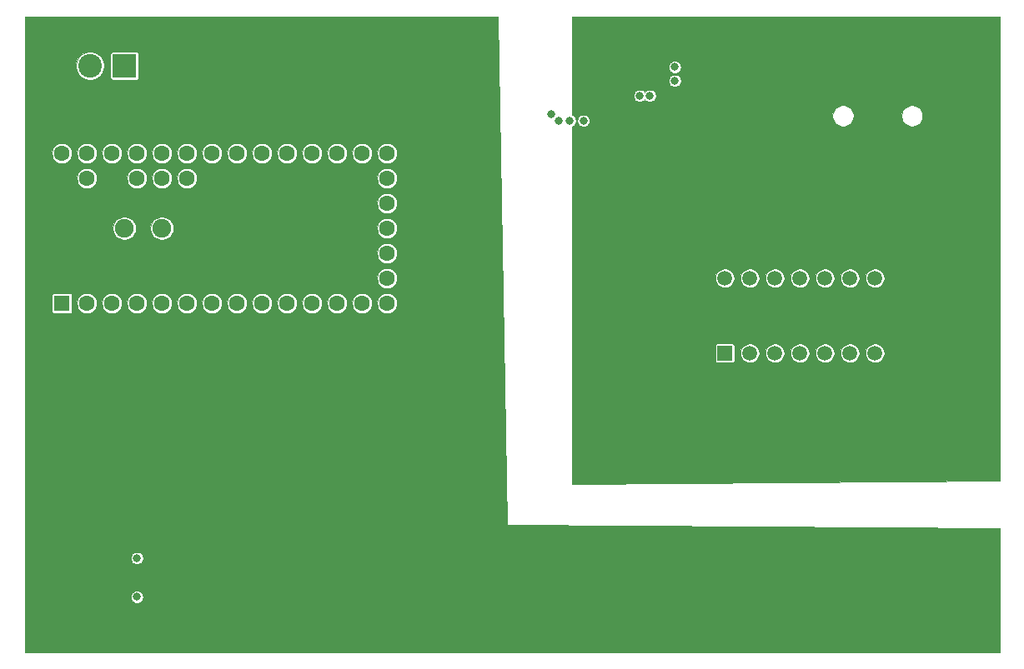
<source format=gbr>
%TF.GenerationSoftware,KiCad,Pcbnew,(5.1.10)-1*%
%TF.CreationDate,2021-08-25T15:37:07-07:00*%
%TF.ProjectId,fmcw,666d6377-2e6b-4696-9361-645f70636258,rev?*%
%TF.SameCoordinates,Original*%
%TF.FileFunction,Copper,L3,Inr*%
%TF.FilePolarity,Positive*%
%FSLAX46Y46*%
G04 Gerber Fmt 4.6, Leading zero omitted, Abs format (unit mm)*
G04 Created by KiCad (PCBNEW (5.1.10)-1) date 2021-08-25 15:37:07*
%MOMM*%
%LPD*%
G01*
G04 APERTURE LIST*
%TA.AperFunction,ComponentPad*%
%ADD10R,2.400000X2.400000*%
%TD*%
%TA.AperFunction,ComponentPad*%
%ADD11C,2.400000*%
%TD*%
%TA.AperFunction,ComponentPad*%
%ADD12C,1.600000*%
%TD*%
%TA.AperFunction,ComponentPad*%
%ADD13R,1.600000X1.600000*%
%TD*%
%TA.AperFunction,ComponentPad*%
%ADD14C,1.900000*%
%TD*%
%TA.AperFunction,ComponentPad*%
%ADD15R,1.500000X1.500000*%
%TD*%
%TA.AperFunction,ComponentPad*%
%ADD16C,1.500000*%
%TD*%
%TA.AperFunction,ViaPad*%
%ADD17C,0.800000*%
%TD*%
%TA.AperFunction,Conductor*%
%ADD18C,0.050000*%
%TD*%
%TA.AperFunction,Conductor*%
%ADD19C,0.100000*%
%TD*%
G04 APERTURE END LIST*
D10*
%TO.N,+BATT*%
%TO.C,J1*%
X85090000Y-86360000D03*
D11*
%TO.N,GND*%
X81590000Y-86360000D03*
%TD*%
D12*
%TO.N,Net-(U3-Pad17)*%
%TO.C,U3*%
X111760000Y-102870000D03*
%TO.N,Net-(U3-Pad18)*%
X111760000Y-100330000D03*
%TO.N,Net-(U3-Pad19)*%
X111760000Y-97790000D03*
%TO.N,Net-(U3-Pad20)*%
X111760000Y-95250000D03*
%TO.N,Net-(U3-Pad16)*%
X111760000Y-105410000D03*
%TO.N,Net-(U3-Pad15)*%
X111760000Y-107950000D03*
%TO.N,Net-(U3-Pad14)*%
X111760000Y-110490000D03*
%TO.N,Net-(U3-Pad21)*%
X109220000Y-95250000D03*
%TO.N,Net-(U3-Pad22)*%
X106680000Y-95250000D03*
%TO.N,Net-(U3-Pad23)*%
X104140000Y-95250000D03*
%TO.N,Net-(U3-Pad24)*%
X101600000Y-95250000D03*
%TO.N,Net-(U3-Pad25)*%
X99060000Y-95250000D03*
%TO.N,Net-(U3-Pad26)*%
X96520000Y-95250000D03*
%TO.N,Net-(U3-Pad27)*%
X93980000Y-95250000D03*
%TO.N,Net-(U3-Pad28)*%
X91440000Y-95250000D03*
%TO.N,Net-(U3-Pad29)*%
X88900000Y-95250000D03*
%TO.N,Net-(U3-Pad30)*%
X86360000Y-95250000D03*
%TO.N,Net-(U3-Pad31)*%
X83820000Y-95250000D03*
%TO.N,Net-(U3-Pad32)*%
X81280000Y-95250000D03*
%TO.N,VCC*%
X78740000Y-95250000D03*
%TO.N,Net-(U3-Pad34)*%
X81280000Y-97790000D03*
%TO.N,Net-(U3-Pad35)*%
X86360000Y-97790000D03*
%TO.N,Net-(U3-Pad36)*%
X88900000Y-97790000D03*
%TO.N,Net-(U3-Pad37)*%
X91440000Y-97790000D03*
%TO.N,Net-(U3-Pad13)*%
X109220000Y-110490000D03*
%TO.N,Net-(U3-Pad12)*%
X106680000Y-110490000D03*
%TO.N,Net-(U3-Pad11)*%
X104140000Y-110490000D03*
%TO.N,Net-(U3-Pad10)*%
X101600000Y-110490000D03*
%TO.N,Net-(U3-Pad9)*%
X99060000Y-110490000D03*
%TO.N,Sync*%
X96520000Y-110490000D03*
%TO.N,Net-(U3-Pad7)*%
X93980000Y-110490000D03*
%TO.N,Net-(U3-Pad6)*%
X91440000Y-110490000D03*
%TO.N,Net-(U3-Pad5)*%
X88900000Y-110490000D03*
%TO.N,Net-(U3-Pad4)*%
X86360000Y-110490000D03*
%TO.N,Net-(U3-Pad3)*%
X83820000Y-110490000D03*
%TO.N,Net-(U3-Pad2)*%
X81280000Y-110490000D03*
D13*
%TO.N,GND*%
X78740000Y-110490000D03*
D14*
%TO.N,Net-(U3-Pad38)*%
X88900000Y-102870000D03*
X85090000Y-102870000D03*
%TD*%
D15*
%TO.N,Net-(R4-Pad2)*%
%TO.C,U5*%
X146050000Y-115570000D03*
D16*
%TO.N,Net-(R3-Pad1)*%
X148590000Y-115570000D03*
%TO.N,Net-(C7-Pad1)*%
X151130000Y-115570000D03*
%TO.N,+5V*%
X153670000Y-115570000D03*
%TO.N,Net-(C9-Pad1)*%
X156210000Y-115570000D03*
%TO.N,Net-(R8-Pad2)*%
X158750000Y-115570000D03*
%TO.N,Net-(C8-Pad1)*%
X161290000Y-115570000D03*
%TO.N,Net-(U5-Pad14)*%
X146050000Y-107950000D03*
%TO.N,Net-(U5-Pad13)*%
X148590000Y-107950000D03*
%TO.N,Net-(U5-Pad12)*%
X151130000Y-107950000D03*
%TO.N,GND*%
X153670000Y-107950000D03*
%TO.N,Net-(C10-Pad1)*%
X156210000Y-107950000D03*
%TO.N,Net-(R13-Pad2)*%
X158750000Y-107950000D03*
%TO.N,Net-(C20-Pad1)*%
X161290000Y-107950000D03*
%TD*%
D17*
%TO.N,+2V5*%
X130937000Y-108712000D03*
X132334000Y-108585000D03*
X133350000Y-107442000D03*
X134493000Y-106299000D03*
X135509000Y-105283000D03*
X136525000Y-104140000D03*
X137668000Y-103124000D03*
X138684000Y-102108000D03*
X139573000Y-101219000D03*
X140335000Y-100457000D03*
X141351000Y-99441000D03*
X142367000Y-98425000D03*
X143129000Y-97663000D03*
X144018000Y-96774000D03*
X144780000Y-96012000D03*
X145542000Y-95250000D03*
%TO.N,GND*%
X140970000Y-86487000D03*
X140970000Y-87884000D03*
X138430000Y-89408000D03*
X137414000Y-89408000D03*
X129159000Y-91948000D03*
X128397000Y-91313000D03*
%TO.N,+5V*%
X115824000Y-92456000D03*
%TO.N,+2V5*%
X147828000Y-91948000D03*
X155956000Y-104140000D03*
%TO.N,+5V*%
X114427000Y-91186000D03*
X113411000Y-91186000D03*
X117475000Y-91186000D03*
X118618000Y-91186000D03*
X119761000Y-91186000D03*
X120523000Y-90424000D03*
X116586000Y-101092000D03*
X117602000Y-102235000D03*
X87503000Y-131191000D03*
X87503000Y-130429000D03*
X117094000Y-126492000D03*
X118364000Y-127635000D03*
X129540000Y-142367000D03*
X130556000Y-143510000D03*
X152019000Y-143637000D03*
X151130000Y-142494000D03*
X122682000Y-116840000D03*
%TO.N,GND*%
X130302000Y-91948000D03*
X131699000Y-91948000D03*
X86360000Y-136398000D03*
X86360000Y-140335000D03*
%TO.N,+2V5*%
X147828000Y-92964000D03*
X147828000Y-90932000D03*
X147828000Y-89916000D03*
X146304000Y-89408000D03*
X146304000Y-94488000D03*
X147828000Y-93980000D03*
X138176000Y-91948000D03*
X137160000Y-91948000D03*
X134874000Y-90678000D03*
X134874000Y-87630000D03*
X136144000Y-91948000D03*
X167640000Y-117983000D03*
X167386000Y-113157000D03*
X157480000Y-126111000D03*
X155448000Y-126111000D03*
X156591000Y-126111000D03*
X166624000Y-115316000D03*
X166624000Y-116586000D03*
X148590000Y-126746000D03*
X147574000Y-126746000D03*
X146558000Y-126746000D03*
X145669000Y-126746000D03*
X144653000Y-126746000D03*
X143764000Y-126746000D03*
X142621000Y-126365000D03*
X141986000Y-125730000D03*
X141351000Y-125095000D03*
X140589000Y-124333000D03*
X139700000Y-123317000D03*
X139700000Y-122047000D03*
X139700000Y-120777000D03*
X139700000Y-119888000D03*
X139700000Y-118872000D03*
X139700000Y-117856000D03*
X139700000Y-116840000D03*
X139700000Y-116078000D03*
%TD*%
D18*
%TO.N,+5V*%
X123895254Y-132969420D02*
X123895816Y-132974289D01*
X123897317Y-132978954D01*
X123899700Y-132983237D01*
X123902872Y-132986972D01*
X123906712Y-132990017D01*
X123911073Y-132992255D01*
X123915786Y-132993598D01*
X123920082Y-132993999D01*
X173935001Y-133329107D01*
X173935001Y-145995000D01*
X74985000Y-145995000D01*
X74985000Y-140273443D01*
X85735000Y-140273443D01*
X85735000Y-140396557D01*
X85759019Y-140517306D01*
X85806132Y-140631048D01*
X85874531Y-140733414D01*
X85961586Y-140820469D01*
X86063952Y-140888868D01*
X86177694Y-140935981D01*
X86298443Y-140960000D01*
X86421557Y-140960000D01*
X86542306Y-140935981D01*
X86656048Y-140888868D01*
X86758414Y-140820469D01*
X86845469Y-140733414D01*
X86913868Y-140631048D01*
X86960981Y-140517306D01*
X86985000Y-140396557D01*
X86985000Y-140273443D01*
X86960981Y-140152694D01*
X86913868Y-140038952D01*
X86845469Y-139936586D01*
X86758414Y-139849531D01*
X86656048Y-139781132D01*
X86542306Y-139734019D01*
X86421557Y-139710000D01*
X86298443Y-139710000D01*
X86177694Y-139734019D01*
X86063952Y-139781132D01*
X85961586Y-139849531D01*
X85874531Y-139936586D01*
X85806132Y-140038952D01*
X85759019Y-140152694D01*
X85735000Y-140273443D01*
X74985000Y-140273443D01*
X74985000Y-136336443D01*
X85735000Y-136336443D01*
X85735000Y-136459557D01*
X85759019Y-136580306D01*
X85806132Y-136694048D01*
X85874531Y-136796414D01*
X85961586Y-136883469D01*
X86063952Y-136951868D01*
X86177694Y-136998981D01*
X86298443Y-137023000D01*
X86421557Y-137023000D01*
X86542306Y-136998981D01*
X86656048Y-136951868D01*
X86758414Y-136883469D01*
X86845469Y-136796414D01*
X86913868Y-136694048D01*
X86960981Y-136580306D01*
X86985000Y-136459557D01*
X86985000Y-136336443D01*
X86960981Y-136215694D01*
X86913868Y-136101952D01*
X86845469Y-135999586D01*
X86758414Y-135912531D01*
X86656048Y-135844132D01*
X86542306Y-135797019D01*
X86421557Y-135773000D01*
X86298443Y-135773000D01*
X86177694Y-135797019D01*
X86063952Y-135844132D01*
X85961586Y-135912531D01*
X85874531Y-135999586D01*
X85806132Y-136101952D01*
X85759019Y-136215694D01*
X85735000Y-136336443D01*
X74985000Y-136336443D01*
X74985000Y-109690000D01*
X77713912Y-109690000D01*
X77713912Y-111290000D01*
X77718256Y-111334108D01*
X77731122Y-111376520D01*
X77752015Y-111415608D01*
X77780132Y-111449868D01*
X77814392Y-111477985D01*
X77853480Y-111498878D01*
X77895892Y-111511744D01*
X77940000Y-111516088D01*
X79540000Y-111516088D01*
X79584108Y-111511744D01*
X79626520Y-111498878D01*
X79665608Y-111477985D01*
X79699868Y-111449868D01*
X79727985Y-111415608D01*
X79748878Y-111376520D01*
X79761744Y-111334108D01*
X79766088Y-111290000D01*
X79766088Y-110389046D01*
X80255000Y-110389046D01*
X80255000Y-110590954D01*
X80294390Y-110788982D01*
X80371656Y-110975520D01*
X80483830Y-111143400D01*
X80626600Y-111286170D01*
X80794480Y-111398344D01*
X80981018Y-111475610D01*
X81179046Y-111515000D01*
X81380954Y-111515000D01*
X81578982Y-111475610D01*
X81765520Y-111398344D01*
X81933400Y-111286170D01*
X82076170Y-111143400D01*
X82188344Y-110975520D01*
X82265610Y-110788982D01*
X82305000Y-110590954D01*
X82305000Y-110389046D01*
X82795000Y-110389046D01*
X82795000Y-110590954D01*
X82834390Y-110788982D01*
X82911656Y-110975520D01*
X83023830Y-111143400D01*
X83166600Y-111286170D01*
X83334480Y-111398344D01*
X83521018Y-111475610D01*
X83719046Y-111515000D01*
X83920954Y-111515000D01*
X84118982Y-111475610D01*
X84305520Y-111398344D01*
X84473400Y-111286170D01*
X84616170Y-111143400D01*
X84728344Y-110975520D01*
X84805610Y-110788982D01*
X84845000Y-110590954D01*
X84845000Y-110389046D01*
X85335000Y-110389046D01*
X85335000Y-110590954D01*
X85374390Y-110788982D01*
X85451656Y-110975520D01*
X85563830Y-111143400D01*
X85706600Y-111286170D01*
X85874480Y-111398344D01*
X86061018Y-111475610D01*
X86259046Y-111515000D01*
X86460954Y-111515000D01*
X86658982Y-111475610D01*
X86845520Y-111398344D01*
X87013400Y-111286170D01*
X87156170Y-111143400D01*
X87268344Y-110975520D01*
X87345610Y-110788982D01*
X87385000Y-110590954D01*
X87385000Y-110389046D01*
X87875000Y-110389046D01*
X87875000Y-110590954D01*
X87914390Y-110788982D01*
X87991656Y-110975520D01*
X88103830Y-111143400D01*
X88246600Y-111286170D01*
X88414480Y-111398344D01*
X88601018Y-111475610D01*
X88799046Y-111515000D01*
X89000954Y-111515000D01*
X89198982Y-111475610D01*
X89385520Y-111398344D01*
X89553400Y-111286170D01*
X89696170Y-111143400D01*
X89808344Y-110975520D01*
X89885610Y-110788982D01*
X89925000Y-110590954D01*
X89925000Y-110389046D01*
X90415000Y-110389046D01*
X90415000Y-110590954D01*
X90454390Y-110788982D01*
X90531656Y-110975520D01*
X90643830Y-111143400D01*
X90786600Y-111286170D01*
X90954480Y-111398344D01*
X91141018Y-111475610D01*
X91339046Y-111515000D01*
X91540954Y-111515000D01*
X91738982Y-111475610D01*
X91925520Y-111398344D01*
X92093400Y-111286170D01*
X92236170Y-111143400D01*
X92348344Y-110975520D01*
X92425610Y-110788982D01*
X92465000Y-110590954D01*
X92465000Y-110389046D01*
X92955000Y-110389046D01*
X92955000Y-110590954D01*
X92994390Y-110788982D01*
X93071656Y-110975520D01*
X93183830Y-111143400D01*
X93326600Y-111286170D01*
X93494480Y-111398344D01*
X93681018Y-111475610D01*
X93879046Y-111515000D01*
X94080954Y-111515000D01*
X94278982Y-111475610D01*
X94465520Y-111398344D01*
X94633400Y-111286170D01*
X94776170Y-111143400D01*
X94888344Y-110975520D01*
X94965610Y-110788982D01*
X95005000Y-110590954D01*
X95005000Y-110389046D01*
X95495000Y-110389046D01*
X95495000Y-110590954D01*
X95534390Y-110788982D01*
X95611656Y-110975520D01*
X95723830Y-111143400D01*
X95866600Y-111286170D01*
X96034480Y-111398344D01*
X96221018Y-111475610D01*
X96419046Y-111515000D01*
X96620954Y-111515000D01*
X96818982Y-111475610D01*
X97005520Y-111398344D01*
X97173400Y-111286170D01*
X97316170Y-111143400D01*
X97428344Y-110975520D01*
X97505610Y-110788982D01*
X97545000Y-110590954D01*
X97545000Y-110389046D01*
X98035000Y-110389046D01*
X98035000Y-110590954D01*
X98074390Y-110788982D01*
X98151656Y-110975520D01*
X98263830Y-111143400D01*
X98406600Y-111286170D01*
X98574480Y-111398344D01*
X98761018Y-111475610D01*
X98959046Y-111515000D01*
X99160954Y-111515000D01*
X99358982Y-111475610D01*
X99545520Y-111398344D01*
X99713400Y-111286170D01*
X99856170Y-111143400D01*
X99968344Y-110975520D01*
X100045610Y-110788982D01*
X100085000Y-110590954D01*
X100085000Y-110389046D01*
X100575000Y-110389046D01*
X100575000Y-110590954D01*
X100614390Y-110788982D01*
X100691656Y-110975520D01*
X100803830Y-111143400D01*
X100946600Y-111286170D01*
X101114480Y-111398344D01*
X101301018Y-111475610D01*
X101499046Y-111515000D01*
X101700954Y-111515000D01*
X101898982Y-111475610D01*
X102085520Y-111398344D01*
X102253400Y-111286170D01*
X102396170Y-111143400D01*
X102508344Y-110975520D01*
X102585610Y-110788982D01*
X102625000Y-110590954D01*
X102625000Y-110389046D01*
X103115000Y-110389046D01*
X103115000Y-110590954D01*
X103154390Y-110788982D01*
X103231656Y-110975520D01*
X103343830Y-111143400D01*
X103486600Y-111286170D01*
X103654480Y-111398344D01*
X103841018Y-111475610D01*
X104039046Y-111515000D01*
X104240954Y-111515000D01*
X104438982Y-111475610D01*
X104625520Y-111398344D01*
X104793400Y-111286170D01*
X104936170Y-111143400D01*
X105048344Y-110975520D01*
X105125610Y-110788982D01*
X105165000Y-110590954D01*
X105165000Y-110389046D01*
X105655000Y-110389046D01*
X105655000Y-110590954D01*
X105694390Y-110788982D01*
X105771656Y-110975520D01*
X105883830Y-111143400D01*
X106026600Y-111286170D01*
X106194480Y-111398344D01*
X106381018Y-111475610D01*
X106579046Y-111515000D01*
X106780954Y-111515000D01*
X106978982Y-111475610D01*
X107165520Y-111398344D01*
X107333400Y-111286170D01*
X107476170Y-111143400D01*
X107588344Y-110975520D01*
X107665610Y-110788982D01*
X107705000Y-110590954D01*
X107705000Y-110389046D01*
X108195000Y-110389046D01*
X108195000Y-110590954D01*
X108234390Y-110788982D01*
X108311656Y-110975520D01*
X108423830Y-111143400D01*
X108566600Y-111286170D01*
X108734480Y-111398344D01*
X108921018Y-111475610D01*
X109119046Y-111515000D01*
X109320954Y-111515000D01*
X109518982Y-111475610D01*
X109705520Y-111398344D01*
X109873400Y-111286170D01*
X110016170Y-111143400D01*
X110128344Y-110975520D01*
X110205610Y-110788982D01*
X110245000Y-110590954D01*
X110245000Y-110389046D01*
X110735000Y-110389046D01*
X110735000Y-110590954D01*
X110774390Y-110788982D01*
X110851656Y-110975520D01*
X110963830Y-111143400D01*
X111106600Y-111286170D01*
X111274480Y-111398344D01*
X111461018Y-111475610D01*
X111659046Y-111515000D01*
X111860954Y-111515000D01*
X112058982Y-111475610D01*
X112245520Y-111398344D01*
X112413400Y-111286170D01*
X112556170Y-111143400D01*
X112668344Y-110975520D01*
X112745610Y-110788982D01*
X112785000Y-110590954D01*
X112785000Y-110389046D01*
X112745610Y-110191018D01*
X112668344Y-110004480D01*
X112556170Y-109836600D01*
X112413400Y-109693830D01*
X112245520Y-109581656D01*
X112058982Y-109504390D01*
X111860954Y-109465000D01*
X111659046Y-109465000D01*
X111461018Y-109504390D01*
X111274480Y-109581656D01*
X111106600Y-109693830D01*
X110963830Y-109836600D01*
X110851656Y-110004480D01*
X110774390Y-110191018D01*
X110735000Y-110389046D01*
X110245000Y-110389046D01*
X110205610Y-110191018D01*
X110128344Y-110004480D01*
X110016170Y-109836600D01*
X109873400Y-109693830D01*
X109705520Y-109581656D01*
X109518982Y-109504390D01*
X109320954Y-109465000D01*
X109119046Y-109465000D01*
X108921018Y-109504390D01*
X108734480Y-109581656D01*
X108566600Y-109693830D01*
X108423830Y-109836600D01*
X108311656Y-110004480D01*
X108234390Y-110191018D01*
X108195000Y-110389046D01*
X107705000Y-110389046D01*
X107665610Y-110191018D01*
X107588344Y-110004480D01*
X107476170Y-109836600D01*
X107333400Y-109693830D01*
X107165520Y-109581656D01*
X106978982Y-109504390D01*
X106780954Y-109465000D01*
X106579046Y-109465000D01*
X106381018Y-109504390D01*
X106194480Y-109581656D01*
X106026600Y-109693830D01*
X105883830Y-109836600D01*
X105771656Y-110004480D01*
X105694390Y-110191018D01*
X105655000Y-110389046D01*
X105165000Y-110389046D01*
X105125610Y-110191018D01*
X105048344Y-110004480D01*
X104936170Y-109836600D01*
X104793400Y-109693830D01*
X104625520Y-109581656D01*
X104438982Y-109504390D01*
X104240954Y-109465000D01*
X104039046Y-109465000D01*
X103841018Y-109504390D01*
X103654480Y-109581656D01*
X103486600Y-109693830D01*
X103343830Y-109836600D01*
X103231656Y-110004480D01*
X103154390Y-110191018D01*
X103115000Y-110389046D01*
X102625000Y-110389046D01*
X102585610Y-110191018D01*
X102508344Y-110004480D01*
X102396170Y-109836600D01*
X102253400Y-109693830D01*
X102085520Y-109581656D01*
X101898982Y-109504390D01*
X101700954Y-109465000D01*
X101499046Y-109465000D01*
X101301018Y-109504390D01*
X101114480Y-109581656D01*
X100946600Y-109693830D01*
X100803830Y-109836600D01*
X100691656Y-110004480D01*
X100614390Y-110191018D01*
X100575000Y-110389046D01*
X100085000Y-110389046D01*
X100045610Y-110191018D01*
X99968344Y-110004480D01*
X99856170Y-109836600D01*
X99713400Y-109693830D01*
X99545520Y-109581656D01*
X99358982Y-109504390D01*
X99160954Y-109465000D01*
X98959046Y-109465000D01*
X98761018Y-109504390D01*
X98574480Y-109581656D01*
X98406600Y-109693830D01*
X98263830Y-109836600D01*
X98151656Y-110004480D01*
X98074390Y-110191018D01*
X98035000Y-110389046D01*
X97545000Y-110389046D01*
X97505610Y-110191018D01*
X97428344Y-110004480D01*
X97316170Y-109836600D01*
X97173400Y-109693830D01*
X97005520Y-109581656D01*
X96818982Y-109504390D01*
X96620954Y-109465000D01*
X96419046Y-109465000D01*
X96221018Y-109504390D01*
X96034480Y-109581656D01*
X95866600Y-109693830D01*
X95723830Y-109836600D01*
X95611656Y-110004480D01*
X95534390Y-110191018D01*
X95495000Y-110389046D01*
X95005000Y-110389046D01*
X94965610Y-110191018D01*
X94888344Y-110004480D01*
X94776170Y-109836600D01*
X94633400Y-109693830D01*
X94465520Y-109581656D01*
X94278982Y-109504390D01*
X94080954Y-109465000D01*
X93879046Y-109465000D01*
X93681018Y-109504390D01*
X93494480Y-109581656D01*
X93326600Y-109693830D01*
X93183830Y-109836600D01*
X93071656Y-110004480D01*
X92994390Y-110191018D01*
X92955000Y-110389046D01*
X92465000Y-110389046D01*
X92425610Y-110191018D01*
X92348344Y-110004480D01*
X92236170Y-109836600D01*
X92093400Y-109693830D01*
X91925520Y-109581656D01*
X91738982Y-109504390D01*
X91540954Y-109465000D01*
X91339046Y-109465000D01*
X91141018Y-109504390D01*
X90954480Y-109581656D01*
X90786600Y-109693830D01*
X90643830Y-109836600D01*
X90531656Y-110004480D01*
X90454390Y-110191018D01*
X90415000Y-110389046D01*
X89925000Y-110389046D01*
X89885610Y-110191018D01*
X89808344Y-110004480D01*
X89696170Y-109836600D01*
X89553400Y-109693830D01*
X89385520Y-109581656D01*
X89198982Y-109504390D01*
X89000954Y-109465000D01*
X88799046Y-109465000D01*
X88601018Y-109504390D01*
X88414480Y-109581656D01*
X88246600Y-109693830D01*
X88103830Y-109836600D01*
X87991656Y-110004480D01*
X87914390Y-110191018D01*
X87875000Y-110389046D01*
X87385000Y-110389046D01*
X87345610Y-110191018D01*
X87268344Y-110004480D01*
X87156170Y-109836600D01*
X87013400Y-109693830D01*
X86845520Y-109581656D01*
X86658982Y-109504390D01*
X86460954Y-109465000D01*
X86259046Y-109465000D01*
X86061018Y-109504390D01*
X85874480Y-109581656D01*
X85706600Y-109693830D01*
X85563830Y-109836600D01*
X85451656Y-110004480D01*
X85374390Y-110191018D01*
X85335000Y-110389046D01*
X84845000Y-110389046D01*
X84805610Y-110191018D01*
X84728344Y-110004480D01*
X84616170Y-109836600D01*
X84473400Y-109693830D01*
X84305520Y-109581656D01*
X84118982Y-109504390D01*
X83920954Y-109465000D01*
X83719046Y-109465000D01*
X83521018Y-109504390D01*
X83334480Y-109581656D01*
X83166600Y-109693830D01*
X83023830Y-109836600D01*
X82911656Y-110004480D01*
X82834390Y-110191018D01*
X82795000Y-110389046D01*
X82305000Y-110389046D01*
X82265610Y-110191018D01*
X82188344Y-110004480D01*
X82076170Y-109836600D01*
X81933400Y-109693830D01*
X81765520Y-109581656D01*
X81578982Y-109504390D01*
X81380954Y-109465000D01*
X81179046Y-109465000D01*
X80981018Y-109504390D01*
X80794480Y-109581656D01*
X80626600Y-109693830D01*
X80483830Y-109836600D01*
X80371656Y-110004480D01*
X80294390Y-110191018D01*
X80255000Y-110389046D01*
X79766088Y-110389046D01*
X79766088Y-109690000D01*
X79761744Y-109645892D01*
X79748878Y-109603480D01*
X79727985Y-109564392D01*
X79699868Y-109530132D01*
X79665608Y-109502015D01*
X79626520Y-109481122D01*
X79584108Y-109468256D01*
X79540000Y-109463912D01*
X77940000Y-109463912D01*
X77895892Y-109468256D01*
X77853480Y-109481122D01*
X77814392Y-109502015D01*
X77780132Y-109530132D01*
X77752015Y-109564392D01*
X77731122Y-109603480D01*
X77718256Y-109645892D01*
X77713912Y-109690000D01*
X74985000Y-109690000D01*
X74985000Y-107849046D01*
X110735000Y-107849046D01*
X110735000Y-108050954D01*
X110774390Y-108248982D01*
X110851656Y-108435520D01*
X110963830Y-108603400D01*
X111106600Y-108746170D01*
X111274480Y-108858344D01*
X111461018Y-108935610D01*
X111659046Y-108975000D01*
X111860954Y-108975000D01*
X112058982Y-108935610D01*
X112245520Y-108858344D01*
X112413400Y-108746170D01*
X112556170Y-108603400D01*
X112668344Y-108435520D01*
X112745610Y-108248982D01*
X112785000Y-108050954D01*
X112785000Y-107849046D01*
X112745610Y-107651018D01*
X112668344Y-107464480D01*
X112556170Y-107296600D01*
X112413400Y-107153830D01*
X112245520Y-107041656D01*
X112058982Y-106964390D01*
X111860954Y-106925000D01*
X111659046Y-106925000D01*
X111461018Y-106964390D01*
X111274480Y-107041656D01*
X111106600Y-107153830D01*
X110963830Y-107296600D01*
X110851656Y-107464480D01*
X110774390Y-107651018D01*
X110735000Y-107849046D01*
X74985000Y-107849046D01*
X74985000Y-105309046D01*
X110735000Y-105309046D01*
X110735000Y-105510954D01*
X110774390Y-105708982D01*
X110851656Y-105895520D01*
X110963830Y-106063400D01*
X111106600Y-106206170D01*
X111274480Y-106318344D01*
X111461018Y-106395610D01*
X111659046Y-106435000D01*
X111860954Y-106435000D01*
X112058982Y-106395610D01*
X112245520Y-106318344D01*
X112413400Y-106206170D01*
X112556170Y-106063400D01*
X112668344Y-105895520D01*
X112745610Y-105708982D01*
X112785000Y-105510954D01*
X112785000Y-105309046D01*
X112745610Y-105111018D01*
X112668344Y-104924480D01*
X112556170Y-104756600D01*
X112413400Y-104613830D01*
X112245520Y-104501656D01*
X112058982Y-104424390D01*
X111860954Y-104385000D01*
X111659046Y-104385000D01*
X111461018Y-104424390D01*
X111274480Y-104501656D01*
X111106600Y-104613830D01*
X110963830Y-104756600D01*
X110851656Y-104924480D01*
X110774390Y-105111018D01*
X110735000Y-105309046D01*
X74985000Y-105309046D01*
X74985000Y-102754273D01*
X83915000Y-102754273D01*
X83915000Y-102985727D01*
X83960155Y-103212735D01*
X84048729Y-103426571D01*
X84177318Y-103619019D01*
X84340981Y-103782682D01*
X84533429Y-103911271D01*
X84747265Y-103999845D01*
X84974273Y-104045000D01*
X85205727Y-104045000D01*
X85432735Y-103999845D01*
X85646571Y-103911271D01*
X85839019Y-103782682D01*
X86002682Y-103619019D01*
X86131271Y-103426571D01*
X86219845Y-103212735D01*
X86265000Y-102985727D01*
X86265000Y-102754273D01*
X87725000Y-102754273D01*
X87725000Y-102985727D01*
X87770155Y-103212735D01*
X87858729Y-103426571D01*
X87987318Y-103619019D01*
X88150981Y-103782682D01*
X88343429Y-103911271D01*
X88557265Y-103999845D01*
X88784273Y-104045000D01*
X89015727Y-104045000D01*
X89242735Y-103999845D01*
X89456571Y-103911271D01*
X89649019Y-103782682D01*
X89812682Y-103619019D01*
X89941271Y-103426571D01*
X90029845Y-103212735D01*
X90075000Y-102985727D01*
X90075000Y-102769046D01*
X110735000Y-102769046D01*
X110735000Y-102970954D01*
X110774390Y-103168982D01*
X110851656Y-103355520D01*
X110963830Y-103523400D01*
X111106600Y-103666170D01*
X111274480Y-103778344D01*
X111461018Y-103855610D01*
X111659046Y-103895000D01*
X111860954Y-103895000D01*
X112058982Y-103855610D01*
X112245520Y-103778344D01*
X112413400Y-103666170D01*
X112556170Y-103523400D01*
X112668344Y-103355520D01*
X112745610Y-103168982D01*
X112785000Y-102970954D01*
X112785000Y-102769046D01*
X112745610Y-102571018D01*
X112668344Y-102384480D01*
X112556170Y-102216600D01*
X112413400Y-102073830D01*
X112245520Y-101961656D01*
X112058982Y-101884390D01*
X111860954Y-101845000D01*
X111659046Y-101845000D01*
X111461018Y-101884390D01*
X111274480Y-101961656D01*
X111106600Y-102073830D01*
X110963830Y-102216600D01*
X110851656Y-102384480D01*
X110774390Y-102571018D01*
X110735000Y-102769046D01*
X90075000Y-102769046D01*
X90075000Y-102754273D01*
X90029845Y-102527265D01*
X89941271Y-102313429D01*
X89812682Y-102120981D01*
X89649019Y-101957318D01*
X89456571Y-101828729D01*
X89242735Y-101740155D01*
X89015727Y-101695000D01*
X88784273Y-101695000D01*
X88557265Y-101740155D01*
X88343429Y-101828729D01*
X88150981Y-101957318D01*
X87987318Y-102120981D01*
X87858729Y-102313429D01*
X87770155Y-102527265D01*
X87725000Y-102754273D01*
X86265000Y-102754273D01*
X86219845Y-102527265D01*
X86131271Y-102313429D01*
X86002682Y-102120981D01*
X85839019Y-101957318D01*
X85646571Y-101828729D01*
X85432735Y-101740155D01*
X85205727Y-101695000D01*
X84974273Y-101695000D01*
X84747265Y-101740155D01*
X84533429Y-101828729D01*
X84340981Y-101957318D01*
X84177318Y-102120981D01*
X84048729Y-102313429D01*
X83960155Y-102527265D01*
X83915000Y-102754273D01*
X74985000Y-102754273D01*
X74985000Y-100229046D01*
X110735000Y-100229046D01*
X110735000Y-100430954D01*
X110774390Y-100628982D01*
X110851656Y-100815520D01*
X110963830Y-100983400D01*
X111106600Y-101126170D01*
X111274480Y-101238344D01*
X111461018Y-101315610D01*
X111659046Y-101355000D01*
X111860954Y-101355000D01*
X112058982Y-101315610D01*
X112245520Y-101238344D01*
X112413400Y-101126170D01*
X112556170Y-100983400D01*
X112668344Y-100815520D01*
X112745610Y-100628982D01*
X112785000Y-100430954D01*
X112785000Y-100229046D01*
X112745610Y-100031018D01*
X112668344Y-99844480D01*
X112556170Y-99676600D01*
X112413400Y-99533830D01*
X112245520Y-99421656D01*
X112058982Y-99344390D01*
X111860954Y-99305000D01*
X111659046Y-99305000D01*
X111461018Y-99344390D01*
X111274480Y-99421656D01*
X111106600Y-99533830D01*
X110963830Y-99676600D01*
X110851656Y-99844480D01*
X110774390Y-100031018D01*
X110735000Y-100229046D01*
X74985000Y-100229046D01*
X74985000Y-97689046D01*
X80255000Y-97689046D01*
X80255000Y-97890954D01*
X80294390Y-98088982D01*
X80371656Y-98275520D01*
X80483830Y-98443400D01*
X80626600Y-98586170D01*
X80794480Y-98698344D01*
X80981018Y-98775610D01*
X81179046Y-98815000D01*
X81380954Y-98815000D01*
X81578982Y-98775610D01*
X81765520Y-98698344D01*
X81933400Y-98586170D01*
X82076170Y-98443400D01*
X82188344Y-98275520D01*
X82265610Y-98088982D01*
X82305000Y-97890954D01*
X82305000Y-97689046D01*
X85335000Y-97689046D01*
X85335000Y-97890954D01*
X85374390Y-98088982D01*
X85451656Y-98275520D01*
X85563830Y-98443400D01*
X85706600Y-98586170D01*
X85874480Y-98698344D01*
X86061018Y-98775610D01*
X86259046Y-98815000D01*
X86460954Y-98815000D01*
X86658982Y-98775610D01*
X86845520Y-98698344D01*
X87013400Y-98586170D01*
X87156170Y-98443400D01*
X87268344Y-98275520D01*
X87345610Y-98088982D01*
X87385000Y-97890954D01*
X87385000Y-97689046D01*
X87875000Y-97689046D01*
X87875000Y-97890954D01*
X87914390Y-98088982D01*
X87991656Y-98275520D01*
X88103830Y-98443400D01*
X88246600Y-98586170D01*
X88414480Y-98698344D01*
X88601018Y-98775610D01*
X88799046Y-98815000D01*
X89000954Y-98815000D01*
X89198982Y-98775610D01*
X89385520Y-98698344D01*
X89553400Y-98586170D01*
X89696170Y-98443400D01*
X89808344Y-98275520D01*
X89885610Y-98088982D01*
X89925000Y-97890954D01*
X89925000Y-97689046D01*
X90415000Y-97689046D01*
X90415000Y-97890954D01*
X90454390Y-98088982D01*
X90531656Y-98275520D01*
X90643830Y-98443400D01*
X90786600Y-98586170D01*
X90954480Y-98698344D01*
X91141018Y-98775610D01*
X91339046Y-98815000D01*
X91540954Y-98815000D01*
X91738982Y-98775610D01*
X91925520Y-98698344D01*
X92093400Y-98586170D01*
X92236170Y-98443400D01*
X92348344Y-98275520D01*
X92425610Y-98088982D01*
X92465000Y-97890954D01*
X92465000Y-97689046D01*
X110735000Y-97689046D01*
X110735000Y-97890954D01*
X110774390Y-98088982D01*
X110851656Y-98275520D01*
X110963830Y-98443400D01*
X111106600Y-98586170D01*
X111274480Y-98698344D01*
X111461018Y-98775610D01*
X111659046Y-98815000D01*
X111860954Y-98815000D01*
X112058982Y-98775610D01*
X112245520Y-98698344D01*
X112413400Y-98586170D01*
X112556170Y-98443400D01*
X112668344Y-98275520D01*
X112745610Y-98088982D01*
X112785000Y-97890954D01*
X112785000Y-97689046D01*
X112745610Y-97491018D01*
X112668344Y-97304480D01*
X112556170Y-97136600D01*
X112413400Y-96993830D01*
X112245520Y-96881656D01*
X112058982Y-96804390D01*
X111860954Y-96765000D01*
X111659046Y-96765000D01*
X111461018Y-96804390D01*
X111274480Y-96881656D01*
X111106600Y-96993830D01*
X110963830Y-97136600D01*
X110851656Y-97304480D01*
X110774390Y-97491018D01*
X110735000Y-97689046D01*
X92465000Y-97689046D01*
X92425610Y-97491018D01*
X92348344Y-97304480D01*
X92236170Y-97136600D01*
X92093400Y-96993830D01*
X91925520Y-96881656D01*
X91738982Y-96804390D01*
X91540954Y-96765000D01*
X91339046Y-96765000D01*
X91141018Y-96804390D01*
X90954480Y-96881656D01*
X90786600Y-96993830D01*
X90643830Y-97136600D01*
X90531656Y-97304480D01*
X90454390Y-97491018D01*
X90415000Y-97689046D01*
X89925000Y-97689046D01*
X89885610Y-97491018D01*
X89808344Y-97304480D01*
X89696170Y-97136600D01*
X89553400Y-96993830D01*
X89385520Y-96881656D01*
X89198982Y-96804390D01*
X89000954Y-96765000D01*
X88799046Y-96765000D01*
X88601018Y-96804390D01*
X88414480Y-96881656D01*
X88246600Y-96993830D01*
X88103830Y-97136600D01*
X87991656Y-97304480D01*
X87914390Y-97491018D01*
X87875000Y-97689046D01*
X87385000Y-97689046D01*
X87345610Y-97491018D01*
X87268344Y-97304480D01*
X87156170Y-97136600D01*
X87013400Y-96993830D01*
X86845520Y-96881656D01*
X86658982Y-96804390D01*
X86460954Y-96765000D01*
X86259046Y-96765000D01*
X86061018Y-96804390D01*
X85874480Y-96881656D01*
X85706600Y-96993830D01*
X85563830Y-97136600D01*
X85451656Y-97304480D01*
X85374390Y-97491018D01*
X85335000Y-97689046D01*
X82305000Y-97689046D01*
X82265610Y-97491018D01*
X82188344Y-97304480D01*
X82076170Y-97136600D01*
X81933400Y-96993830D01*
X81765520Y-96881656D01*
X81578982Y-96804390D01*
X81380954Y-96765000D01*
X81179046Y-96765000D01*
X80981018Y-96804390D01*
X80794480Y-96881656D01*
X80626600Y-96993830D01*
X80483830Y-97136600D01*
X80371656Y-97304480D01*
X80294390Y-97491018D01*
X80255000Y-97689046D01*
X74985000Y-97689046D01*
X74985000Y-95149046D01*
X77715000Y-95149046D01*
X77715000Y-95350954D01*
X77754390Y-95548982D01*
X77831656Y-95735520D01*
X77943830Y-95903400D01*
X78086600Y-96046170D01*
X78254480Y-96158344D01*
X78441018Y-96235610D01*
X78639046Y-96275000D01*
X78840954Y-96275000D01*
X79038982Y-96235610D01*
X79225520Y-96158344D01*
X79393400Y-96046170D01*
X79536170Y-95903400D01*
X79648344Y-95735520D01*
X79725610Y-95548982D01*
X79765000Y-95350954D01*
X79765000Y-95149046D01*
X80255000Y-95149046D01*
X80255000Y-95350954D01*
X80294390Y-95548982D01*
X80371656Y-95735520D01*
X80483830Y-95903400D01*
X80626600Y-96046170D01*
X80794480Y-96158344D01*
X80981018Y-96235610D01*
X81179046Y-96275000D01*
X81380954Y-96275000D01*
X81578982Y-96235610D01*
X81765520Y-96158344D01*
X81933400Y-96046170D01*
X82076170Y-95903400D01*
X82188344Y-95735520D01*
X82265610Y-95548982D01*
X82305000Y-95350954D01*
X82305000Y-95149046D01*
X82795000Y-95149046D01*
X82795000Y-95350954D01*
X82834390Y-95548982D01*
X82911656Y-95735520D01*
X83023830Y-95903400D01*
X83166600Y-96046170D01*
X83334480Y-96158344D01*
X83521018Y-96235610D01*
X83719046Y-96275000D01*
X83920954Y-96275000D01*
X84118982Y-96235610D01*
X84305520Y-96158344D01*
X84473400Y-96046170D01*
X84616170Y-95903400D01*
X84728344Y-95735520D01*
X84805610Y-95548982D01*
X84845000Y-95350954D01*
X84845000Y-95149046D01*
X85335000Y-95149046D01*
X85335000Y-95350954D01*
X85374390Y-95548982D01*
X85451656Y-95735520D01*
X85563830Y-95903400D01*
X85706600Y-96046170D01*
X85874480Y-96158344D01*
X86061018Y-96235610D01*
X86259046Y-96275000D01*
X86460954Y-96275000D01*
X86658982Y-96235610D01*
X86845520Y-96158344D01*
X87013400Y-96046170D01*
X87156170Y-95903400D01*
X87268344Y-95735520D01*
X87345610Y-95548982D01*
X87385000Y-95350954D01*
X87385000Y-95149046D01*
X87875000Y-95149046D01*
X87875000Y-95350954D01*
X87914390Y-95548982D01*
X87991656Y-95735520D01*
X88103830Y-95903400D01*
X88246600Y-96046170D01*
X88414480Y-96158344D01*
X88601018Y-96235610D01*
X88799046Y-96275000D01*
X89000954Y-96275000D01*
X89198982Y-96235610D01*
X89385520Y-96158344D01*
X89553400Y-96046170D01*
X89696170Y-95903400D01*
X89808344Y-95735520D01*
X89885610Y-95548982D01*
X89925000Y-95350954D01*
X89925000Y-95149046D01*
X90415000Y-95149046D01*
X90415000Y-95350954D01*
X90454390Y-95548982D01*
X90531656Y-95735520D01*
X90643830Y-95903400D01*
X90786600Y-96046170D01*
X90954480Y-96158344D01*
X91141018Y-96235610D01*
X91339046Y-96275000D01*
X91540954Y-96275000D01*
X91738982Y-96235610D01*
X91925520Y-96158344D01*
X92093400Y-96046170D01*
X92236170Y-95903400D01*
X92348344Y-95735520D01*
X92425610Y-95548982D01*
X92465000Y-95350954D01*
X92465000Y-95149046D01*
X92955000Y-95149046D01*
X92955000Y-95350954D01*
X92994390Y-95548982D01*
X93071656Y-95735520D01*
X93183830Y-95903400D01*
X93326600Y-96046170D01*
X93494480Y-96158344D01*
X93681018Y-96235610D01*
X93879046Y-96275000D01*
X94080954Y-96275000D01*
X94278982Y-96235610D01*
X94465520Y-96158344D01*
X94633400Y-96046170D01*
X94776170Y-95903400D01*
X94888344Y-95735520D01*
X94965610Y-95548982D01*
X95005000Y-95350954D01*
X95005000Y-95149046D01*
X95495000Y-95149046D01*
X95495000Y-95350954D01*
X95534390Y-95548982D01*
X95611656Y-95735520D01*
X95723830Y-95903400D01*
X95866600Y-96046170D01*
X96034480Y-96158344D01*
X96221018Y-96235610D01*
X96419046Y-96275000D01*
X96620954Y-96275000D01*
X96818982Y-96235610D01*
X97005520Y-96158344D01*
X97173400Y-96046170D01*
X97316170Y-95903400D01*
X97428344Y-95735520D01*
X97505610Y-95548982D01*
X97545000Y-95350954D01*
X97545000Y-95149046D01*
X98035000Y-95149046D01*
X98035000Y-95350954D01*
X98074390Y-95548982D01*
X98151656Y-95735520D01*
X98263830Y-95903400D01*
X98406600Y-96046170D01*
X98574480Y-96158344D01*
X98761018Y-96235610D01*
X98959046Y-96275000D01*
X99160954Y-96275000D01*
X99358982Y-96235610D01*
X99545520Y-96158344D01*
X99713400Y-96046170D01*
X99856170Y-95903400D01*
X99968344Y-95735520D01*
X100045610Y-95548982D01*
X100085000Y-95350954D01*
X100085000Y-95149046D01*
X100575000Y-95149046D01*
X100575000Y-95350954D01*
X100614390Y-95548982D01*
X100691656Y-95735520D01*
X100803830Y-95903400D01*
X100946600Y-96046170D01*
X101114480Y-96158344D01*
X101301018Y-96235610D01*
X101499046Y-96275000D01*
X101700954Y-96275000D01*
X101898982Y-96235610D01*
X102085520Y-96158344D01*
X102253400Y-96046170D01*
X102396170Y-95903400D01*
X102508344Y-95735520D01*
X102585610Y-95548982D01*
X102625000Y-95350954D01*
X102625000Y-95149046D01*
X103115000Y-95149046D01*
X103115000Y-95350954D01*
X103154390Y-95548982D01*
X103231656Y-95735520D01*
X103343830Y-95903400D01*
X103486600Y-96046170D01*
X103654480Y-96158344D01*
X103841018Y-96235610D01*
X104039046Y-96275000D01*
X104240954Y-96275000D01*
X104438982Y-96235610D01*
X104625520Y-96158344D01*
X104793400Y-96046170D01*
X104936170Y-95903400D01*
X105048344Y-95735520D01*
X105125610Y-95548982D01*
X105165000Y-95350954D01*
X105165000Y-95149046D01*
X105655000Y-95149046D01*
X105655000Y-95350954D01*
X105694390Y-95548982D01*
X105771656Y-95735520D01*
X105883830Y-95903400D01*
X106026600Y-96046170D01*
X106194480Y-96158344D01*
X106381018Y-96235610D01*
X106579046Y-96275000D01*
X106780954Y-96275000D01*
X106978982Y-96235610D01*
X107165520Y-96158344D01*
X107333400Y-96046170D01*
X107476170Y-95903400D01*
X107588344Y-95735520D01*
X107665610Y-95548982D01*
X107705000Y-95350954D01*
X107705000Y-95149046D01*
X108195000Y-95149046D01*
X108195000Y-95350954D01*
X108234390Y-95548982D01*
X108311656Y-95735520D01*
X108423830Y-95903400D01*
X108566600Y-96046170D01*
X108734480Y-96158344D01*
X108921018Y-96235610D01*
X109119046Y-96275000D01*
X109320954Y-96275000D01*
X109518982Y-96235610D01*
X109705520Y-96158344D01*
X109873400Y-96046170D01*
X110016170Y-95903400D01*
X110128344Y-95735520D01*
X110205610Y-95548982D01*
X110245000Y-95350954D01*
X110245000Y-95149046D01*
X110735000Y-95149046D01*
X110735000Y-95350954D01*
X110774390Y-95548982D01*
X110851656Y-95735520D01*
X110963830Y-95903400D01*
X111106600Y-96046170D01*
X111274480Y-96158344D01*
X111461018Y-96235610D01*
X111659046Y-96275000D01*
X111860954Y-96275000D01*
X112058982Y-96235610D01*
X112245520Y-96158344D01*
X112413400Y-96046170D01*
X112556170Y-95903400D01*
X112668344Y-95735520D01*
X112745610Y-95548982D01*
X112785000Y-95350954D01*
X112785000Y-95149046D01*
X112745610Y-94951018D01*
X112668344Y-94764480D01*
X112556170Y-94596600D01*
X112413400Y-94453830D01*
X112245520Y-94341656D01*
X112058982Y-94264390D01*
X111860954Y-94225000D01*
X111659046Y-94225000D01*
X111461018Y-94264390D01*
X111274480Y-94341656D01*
X111106600Y-94453830D01*
X110963830Y-94596600D01*
X110851656Y-94764480D01*
X110774390Y-94951018D01*
X110735000Y-95149046D01*
X110245000Y-95149046D01*
X110205610Y-94951018D01*
X110128344Y-94764480D01*
X110016170Y-94596600D01*
X109873400Y-94453830D01*
X109705520Y-94341656D01*
X109518982Y-94264390D01*
X109320954Y-94225000D01*
X109119046Y-94225000D01*
X108921018Y-94264390D01*
X108734480Y-94341656D01*
X108566600Y-94453830D01*
X108423830Y-94596600D01*
X108311656Y-94764480D01*
X108234390Y-94951018D01*
X108195000Y-95149046D01*
X107705000Y-95149046D01*
X107665610Y-94951018D01*
X107588344Y-94764480D01*
X107476170Y-94596600D01*
X107333400Y-94453830D01*
X107165520Y-94341656D01*
X106978982Y-94264390D01*
X106780954Y-94225000D01*
X106579046Y-94225000D01*
X106381018Y-94264390D01*
X106194480Y-94341656D01*
X106026600Y-94453830D01*
X105883830Y-94596600D01*
X105771656Y-94764480D01*
X105694390Y-94951018D01*
X105655000Y-95149046D01*
X105165000Y-95149046D01*
X105125610Y-94951018D01*
X105048344Y-94764480D01*
X104936170Y-94596600D01*
X104793400Y-94453830D01*
X104625520Y-94341656D01*
X104438982Y-94264390D01*
X104240954Y-94225000D01*
X104039046Y-94225000D01*
X103841018Y-94264390D01*
X103654480Y-94341656D01*
X103486600Y-94453830D01*
X103343830Y-94596600D01*
X103231656Y-94764480D01*
X103154390Y-94951018D01*
X103115000Y-95149046D01*
X102625000Y-95149046D01*
X102585610Y-94951018D01*
X102508344Y-94764480D01*
X102396170Y-94596600D01*
X102253400Y-94453830D01*
X102085520Y-94341656D01*
X101898982Y-94264390D01*
X101700954Y-94225000D01*
X101499046Y-94225000D01*
X101301018Y-94264390D01*
X101114480Y-94341656D01*
X100946600Y-94453830D01*
X100803830Y-94596600D01*
X100691656Y-94764480D01*
X100614390Y-94951018D01*
X100575000Y-95149046D01*
X100085000Y-95149046D01*
X100045610Y-94951018D01*
X99968344Y-94764480D01*
X99856170Y-94596600D01*
X99713400Y-94453830D01*
X99545520Y-94341656D01*
X99358982Y-94264390D01*
X99160954Y-94225000D01*
X98959046Y-94225000D01*
X98761018Y-94264390D01*
X98574480Y-94341656D01*
X98406600Y-94453830D01*
X98263830Y-94596600D01*
X98151656Y-94764480D01*
X98074390Y-94951018D01*
X98035000Y-95149046D01*
X97545000Y-95149046D01*
X97505610Y-94951018D01*
X97428344Y-94764480D01*
X97316170Y-94596600D01*
X97173400Y-94453830D01*
X97005520Y-94341656D01*
X96818982Y-94264390D01*
X96620954Y-94225000D01*
X96419046Y-94225000D01*
X96221018Y-94264390D01*
X96034480Y-94341656D01*
X95866600Y-94453830D01*
X95723830Y-94596600D01*
X95611656Y-94764480D01*
X95534390Y-94951018D01*
X95495000Y-95149046D01*
X95005000Y-95149046D01*
X94965610Y-94951018D01*
X94888344Y-94764480D01*
X94776170Y-94596600D01*
X94633400Y-94453830D01*
X94465520Y-94341656D01*
X94278982Y-94264390D01*
X94080954Y-94225000D01*
X93879046Y-94225000D01*
X93681018Y-94264390D01*
X93494480Y-94341656D01*
X93326600Y-94453830D01*
X93183830Y-94596600D01*
X93071656Y-94764480D01*
X92994390Y-94951018D01*
X92955000Y-95149046D01*
X92465000Y-95149046D01*
X92425610Y-94951018D01*
X92348344Y-94764480D01*
X92236170Y-94596600D01*
X92093400Y-94453830D01*
X91925520Y-94341656D01*
X91738982Y-94264390D01*
X91540954Y-94225000D01*
X91339046Y-94225000D01*
X91141018Y-94264390D01*
X90954480Y-94341656D01*
X90786600Y-94453830D01*
X90643830Y-94596600D01*
X90531656Y-94764480D01*
X90454390Y-94951018D01*
X90415000Y-95149046D01*
X89925000Y-95149046D01*
X89885610Y-94951018D01*
X89808344Y-94764480D01*
X89696170Y-94596600D01*
X89553400Y-94453830D01*
X89385520Y-94341656D01*
X89198982Y-94264390D01*
X89000954Y-94225000D01*
X88799046Y-94225000D01*
X88601018Y-94264390D01*
X88414480Y-94341656D01*
X88246600Y-94453830D01*
X88103830Y-94596600D01*
X87991656Y-94764480D01*
X87914390Y-94951018D01*
X87875000Y-95149046D01*
X87385000Y-95149046D01*
X87345610Y-94951018D01*
X87268344Y-94764480D01*
X87156170Y-94596600D01*
X87013400Y-94453830D01*
X86845520Y-94341656D01*
X86658982Y-94264390D01*
X86460954Y-94225000D01*
X86259046Y-94225000D01*
X86061018Y-94264390D01*
X85874480Y-94341656D01*
X85706600Y-94453830D01*
X85563830Y-94596600D01*
X85451656Y-94764480D01*
X85374390Y-94951018D01*
X85335000Y-95149046D01*
X84845000Y-95149046D01*
X84805610Y-94951018D01*
X84728344Y-94764480D01*
X84616170Y-94596600D01*
X84473400Y-94453830D01*
X84305520Y-94341656D01*
X84118982Y-94264390D01*
X83920954Y-94225000D01*
X83719046Y-94225000D01*
X83521018Y-94264390D01*
X83334480Y-94341656D01*
X83166600Y-94453830D01*
X83023830Y-94596600D01*
X82911656Y-94764480D01*
X82834390Y-94951018D01*
X82795000Y-95149046D01*
X82305000Y-95149046D01*
X82265610Y-94951018D01*
X82188344Y-94764480D01*
X82076170Y-94596600D01*
X81933400Y-94453830D01*
X81765520Y-94341656D01*
X81578982Y-94264390D01*
X81380954Y-94225000D01*
X81179046Y-94225000D01*
X80981018Y-94264390D01*
X80794480Y-94341656D01*
X80626600Y-94453830D01*
X80483830Y-94596600D01*
X80371656Y-94764480D01*
X80294390Y-94951018D01*
X80255000Y-95149046D01*
X79765000Y-95149046D01*
X79725610Y-94951018D01*
X79648344Y-94764480D01*
X79536170Y-94596600D01*
X79393400Y-94453830D01*
X79225520Y-94341656D01*
X79038982Y-94264390D01*
X78840954Y-94225000D01*
X78639046Y-94225000D01*
X78441018Y-94264390D01*
X78254480Y-94341656D01*
X78086600Y-94453830D01*
X77943830Y-94596600D01*
X77831656Y-94764480D01*
X77754390Y-94951018D01*
X77715000Y-95149046D01*
X74985000Y-95149046D01*
X74985000Y-86219650D01*
X80165000Y-86219650D01*
X80165000Y-86500350D01*
X80219762Y-86775657D01*
X80327181Y-87034991D01*
X80483130Y-87268385D01*
X80681615Y-87466870D01*
X80915009Y-87622819D01*
X81174343Y-87730238D01*
X81449650Y-87785000D01*
X81730350Y-87785000D01*
X82005657Y-87730238D01*
X82264991Y-87622819D01*
X82498385Y-87466870D01*
X82696870Y-87268385D01*
X82852819Y-87034991D01*
X82960238Y-86775657D01*
X83015000Y-86500350D01*
X83015000Y-86219650D01*
X82960238Y-85944343D01*
X82852819Y-85685009D01*
X82696870Y-85451615D01*
X82498385Y-85253130D01*
X82359007Y-85160000D01*
X83663912Y-85160000D01*
X83663912Y-87560000D01*
X83668256Y-87604108D01*
X83681122Y-87646520D01*
X83702015Y-87685608D01*
X83730132Y-87719868D01*
X83764392Y-87747985D01*
X83803480Y-87768878D01*
X83845892Y-87781744D01*
X83890000Y-87786088D01*
X86290000Y-87786088D01*
X86334108Y-87781744D01*
X86376520Y-87768878D01*
X86415608Y-87747985D01*
X86449868Y-87719868D01*
X86477985Y-87685608D01*
X86498878Y-87646520D01*
X86511744Y-87604108D01*
X86516088Y-87560000D01*
X86516088Y-85160000D01*
X86511744Y-85115892D01*
X86498878Y-85073480D01*
X86477985Y-85034392D01*
X86449868Y-85000132D01*
X86415608Y-84972015D01*
X86376520Y-84951122D01*
X86334108Y-84938256D01*
X86290000Y-84933912D01*
X83890000Y-84933912D01*
X83845892Y-84938256D01*
X83803480Y-84951122D01*
X83764392Y-84972015D01*
X83730132Y-85000132D01*
X83702015Y-85034392D01*
X83681122Y-85073480D01*
X83668256Y-85115892D01*
X83663912Y-85160000D01*
X82359007Y-85160000D01*
X82264991Y-85097181D01*
X82005657Y-84989762D01*
X81730350Y-84935000D01*
X81449650Y-84935000D01*
X81174343Y-84989762D01*
X80915009Y-85097181D01*
X80681615Y-85253130D01*
X80483130Y-85451615D01*
X80327181Y-85685009D01*
X80219762Y-85944343D01*
X80165000Y-86219650D01*
X74985000Y-86219650D01*
X74985000Y-81335000D01*
X123026962Y-81335000D01*
X123895254Y-132969420D01*
%TA.AperFunction,Conductor*%
D19*
G36*
X123895254Y-132969420D02*
G01*
X123895816Y-132974289D01*
X123897317Y-132978954D01*
X123899700Y-132983237D01*
X123902872Y-132986972D01*
X123906712Y-132990017D01*
X123911073Y-132992255D01*
X123915786Y-132993598D01*
X123920082Y-132993999D01*
X173935001Y-133329107D01*
X173935001Y-145995000D01*
X74985000Y-145995000D01*
X74985000Y-140273443D01*
X85735000Y-140273443D01*
X85735000Y-140396557D01*
X85759019Y-140517306D01*
X85806132Y-140631048D01*
X85874531Y-140733414D01*
X85961586Y-140820469D01*
X86063952Y-140888868D01*
X86177694Y-140935981D01*
X86298443Y-140960000D01*
X86421557Y-140960000D01*
X86542306Y-140935981D01*
X86656048Y-140888868D01*
X86758414Y-140820469D01*
X86845469Y-140733414D01*
X86913868Y-140631048D01*
X86960981Y-140517306D01*
X86985000Y-140396557D01*
X86985000Y-140273443D01*
X86960981Y-140152694D01*
X86913868Y-140038952D01*
X86845469Y-139936586D01*
X86758414Y-139849531D01*
X86656048Y-139781132D01*
X86542306Y-139734019D01*
X86421557Y-139710000D01*
X86298443Y-139710000D01*
X86177694Y-139734019D01*
X86063952Y-139781132D01*
X85961586Y-139849531D01*
X85874531Y-139936586D01*
X85806132Y-140038952D01*
X85759019Y-140152694D01*
X85735000Y-140273443D01*
X74985000Y-140273443D01*
X74985000Y-136336443D01*
X85735000Y-136336443D01*
X85735000Y-136459557D01*
X85759019Y-136580306D01*
X85806132Y-136694048D01*
X85874531Y-136796414D01*
X85961586Y-136883469D01*
X86063952Y-136951868D01*
X86177694Y-136998981D01*
X86298443Y-137023000D01*
X86421557Y-137023000D01*
X86542306Y-136998981D01*
X86656048Y-136951868D01*
X86758414Y-136883469D01*
X86845469Y-136796414D01*
X86913868Y-136694048D01*
X86960981Y-136580306D01*
X86985000Y-136459557D01*
X86985000Y-136336443D01*
X86960981Y-136215694D01*
X86913868Y-136101952D01*
X86845469Y-135999586D01*
X86758414Y-135912531D01*
X86656048Y-135844132D01*
X86542306Y-135797019D01*
X86421557Y-135773000D01*
X86298443Y-135773000D01*
X86177694Y-135797019D01*
X86063952Y-135844132D01*
X85961586Y-135912531D01*
X85874531Y-135999586D01*
X85806132Y-136101952D01*
X85759019Y-136215694D01*
X85735000Y-136336443D01*
X74985000Y-136336443D01*
X74985000Y-109690000D01*
X77713912Y-109690000D01*
X77713912Y-111290000D01*
X77718256Y-111334108D01*
X77731122Y-111376520D01*
X77752015Y-111415608D01*
X77780132Y-111449868D01*
X77814392Y-111477985D01*
X77853480Y-111498878D01*
X77895892Y-111511744D01*
X77940000Y-111516088D01*
X79540000Y-111516088D01*
X79584108Y-111511744D01*
X79626520Y-111498878D01*
X79665608Y-111477985D01*
X79699868Y-111449868D01*
X79727985Y-111415608D01*
X79748878Y-111376520D01*
X79761744Y-111334108D01*
X79766088Y-111290000D01*
X79766088Y-110389046D01*
X80255000Y-110389046D01*
X80255000Y-110590954D01*
X80294390Y-110788982D01*
X80371656Y-110975520D01*
X80483830Y-111143400D01*
X80626600Y-111286170D01*
X80794480Y-111398344D01*
X80981018Y-111475610D01*
X81179046Y-111515000D01*
X81380954Y-111515000D01*
X81578982Y-111475610D01*
X81765520Y-111398344D01*
X81933400Y-111286170D01*
X82076170Y-111143400D01*
X82188344Y-110975520D01*
X82265610Y-110788982D01*
X82305000Y-110590954D01*
X82305000Y-110389046D01*
X82795000Y-110389046D01*
X82795000Y-110590954D01*
X82834390Y-110788982D01*
X82911656Y-110975520D01*
X83023830Y-111143400D01*
X83166600Y-111286170D01*
X83334480Y-111398344D01*
X83521018Y-111475610D01*
X83719046Y-111515000D01*
X83920954Y-111515000D01*
X84118982Y-111475610D01*
X84305520Y-111398344D01*
X84473400Y-111286170D01*
X84616170Y-111143400D01*
X84728344Y-110975520D01*
X84805610Y-110788982D01*
X84845000Y-110590954D01*
X84845000Y-110389046D01*
X85335000Y-110389046D01*
X85335000Y-110590954D01*
X85374390Y-110788982D01*
X85451656Y-110975520D01*
X85563830Y-111143400D01*
X85706600Y-111286170D01*
X85874480Y-111398344D01*
X86061018Y-111475610D01*
X86259046Y-111515000D01*
X86460954Y-111515000D01*
X86658982Y-111475610D01*
X86845520Y-111398344D01*
X87013400Y-111286170D01*
X87156170Y-111143400D01*
X87268344Y-110975520D01*
X87345610Y-110788982D01*
X87385000Y-110590954D01*
X87385000Y-110389046D01*
X87875000Y-110389046D01*
X87875000Y-110590954D01*
X87914390Y-110788982D01*
X87991656Y-110975520D01*
X88103830Y-111143400D01*
X88246600Y-111286170D01*
X88414480Y-111398344D01*
X88601018Y-111475610D01*
X88799046Y-111515000D01*
X89000954Y-111515000D01*
X89198982Y-111475610D01*
X89385520Y-111398344D01*
X89553400Y-111286170D01*
X89696170Y-111143400D01*
X89808344Y-110975520D01*
X89885610Y-110788982D01*
X89925000Y-110590954D01*
X89925000Y-110389046D01*
X90415000Y-110389046D01*
X90415000Y-110590954D01*
X90454390Y-110788982D01*
X90531656Y-110975520D01*
X90643830Y-111143400D01*
X90786600Y-111286170D01*
X90954480Y-111398344D01*
X91141018Y-111475610D01*
X91339046Y-111515000D01*
X91540954Y-111515000D01*
X91738982Y-111475610D01*
X91925520Y-111398344D01*
X92093400Y-111286170D01*
X92236170Y-111143400D01*
X92348344Y-110975520D01*
X92425610Y-110788982D01*
X92465000Y-110590954D01*
X92465000Y-110389046D01*
X92955000Y-110389046D01*
X92955000Y-110590954D01*
X92994390Y-110788982D01*
X93071656Y-110975520D01*
X93183830Y-111143400D01*
X93326600Y-111286170D01*
X93494480Y-111398344D01*
X93681018Y-111475610D01*
X93879046Y-111515000D01*
X94080954Y-111515000D01*
X94278982Y-111475610D01*
X94465520Y-111398344D01*
X94633400Y-111286170D01*
X94776170Y-111143400D01*
X94888344Y-110975520D01*
X94965610Y-110788982D01*
X95005000Y-110590954D01*
X95005000Y-110389046D01*
X95495000Y-110389046D01*
X95495000Y-110590954D01*
X95534390Y-110788982D01*
X95611656Y-110975520D01*
X95723830Y-111143400D01*
X95866600Y-111286170D01*
X96034480Y-111398344D01*
X96221018Y-111475610D01*
X96419046Y-111515000D01*
X96620954Y-111515000D01*
X96818982Y-111475610D01*
X97005520Y-111398344D01*
X97173400Y-111286170D01*
X97316170Y-111143400D01*
X97428344Y-110975520D01*
X97505610Y-110788982D01*
X97545000Y-110590954D01*
X97545000Y-110389046D01*
X98035000Y-110389046D01*
X98035000Y-110590954D01*
X98074390Y-110788982D01*
X98151656Y-110975520D01*
X98263830Y-111143400D01*
X98406600Y-111286170D01*
X98574480Y-111398344D01*
X98761018Y-111475610D01*
X98959046Y-111515000D01*
X99160954Y-111515000D01*
X99358982Y-111475610D01*
X99545520Y-111398344D01*
X99713400Y-111286170D01*
X99856170Y-111143400D01*
X99968344Y-110975520D01*
X100045610Y-110788982D01*
X100085000Y-110590954D01*
X100085000Y-110389046D01*
X100575000Y-110389046D01*
X100575000Y-110590954D01*
X100614390Y-110788982D01*
X100691656Y-110975520D01*
X100803830Y-111143400D01*
X100946600Y-111286170D01*
X101114480Y-111398344D01*
X101301018Y-111475610D01*
X101499046Y-111515000D01*
X101700954Y-111515000D01*
X101898982Y-111475610D01*
X102085520Y-111398344D01*
X102253400Y-111286170D01*
X102396170Y-111143400D01*
X102508344Y-110975520D01*
X102585610Y-110788982D01*
X102625000Y-110590954D01*
X102625000Y-110389046D01*
X103115000Y-110389046D01*
X103115000Y-110590954D01*
X103154390Y-110788982D01*
X103231656Y-110975520D01*
X103343830Y-111143400D01*
X103486600Y-111286170D01*
X103654480Y-111398344D01*
X103841018Y-111475610D01*
X104039046Y-111515000D01*
X104240954Y-111515000D01*
X104438982Y-111475610D01*
X104625520Y-111398344D01*
X104793400Y-111286170D01*
X104936170Y-111143400D01*
X105048344Y-110975520D01*
X105125610Y-110788982D01*
X105165000Y-110590954D01*
X105165000Y-110389046D01*
X105655000Y-110389046D01*
X105655000Y-110590954D01*
X105694390Y-110788982D01*
X105771656Y-110975520D01*
X105883830Y-111143400D01*
X106026600Y-111286170D01*
X106194480Y-111398344D01*
X106381018Y-111475610D01*
X106579046Y-111515000D01*
X106780954Y-111515000D01*
X106978982Y-111475610D01*
X107165520Y-111398344D01*
X107333400Y-111286170D01*
X107476170Y-111143400D01*
X107588344Y-110975520D01*
X107665610Y-110788982D01*
X107705000Y-110590954D01*
X107705000Y-110389046D01*
X108195000Y-110389046D01*
X108195000Y-110590954D01*
X108234390Y-110788982D01*
X108311656Y-110975520D01*
X108423830Y-111143400D01*
X108566600Y-111286170D01*
X108734480Y-111398344D01*
X108921018Y-111475610D01*
X109119046Y-111515000D01*
X109320954Y-111515000D01*
X109518982Y-111475610D01*
X109705520Y-111398344D01*
X109873400Y-111286170D01*
X110016170Y-111143400D01*
X110128344Y-110975520D01*
X110205610Y-110788982D01*
X110245000Y-110590954D01*
X110245000Y-110389046D01*
X110735000Y-110389046D01*
X110735000Y-110590954D01*
X110774390Y-110788982D01*
X110851656Y-110975520D01*
X110963830Y-111143400D01*
X111106600Y-111286170D01*
X111274480Y-111398344D01*
X111461018Y-111475610D01*
X111659046Y-111515000D01*
X111860954Y-111515000D01*
X112058982Y-111475610D01*
X112245520Y-111398344D01*
X112413400Y-111286170D01*
X112556170Y-111143400D01*
X112668344Y-110975520D01*
X112745610Y-110788982D01*
X112785000Y-110590954D01*
X112785000Y-110389046D01*
X112745610Y-110191018D01*
X112668344Y-110004480D01*
X112556170Y-109836600D01*
X112413400Y-109693830D01*
X112245520Y-109581656D01*
X112058982Y-109504390D01*
X111860954Y-109465000D01*
X111659046Y-109465000D01*
X111461018Y-109504390D01*
X111274480Y-109581656D01*
X111106600Y-109693830D01*
X110963830Y-109836600D01*
X110851656Y-110004480D01*
X110774390Y-110191018D01*
X110735000Y-110389046D01*
X110245000Y-110389046D01*
X110205610Y-110191018D01*
X110128344Y-110004480D01*
X110016170Y-109836600D01*
X109873400Y-109693830D01*
X109705520Y-109581656D01*
X109518982Y-109504390D01*
X109320954Y-109465000D01*
X109119046Y-109465000D01*
X108921018Y-109504390D01*
X108734480Y-109581656D01*
X108566600Y-109693830D01*
X108423830Y-109836600D01*
X108311656Y-110004480D01*
X108234390Y-110191018D01*
X108195000Y-110389046D01*
X107705000Y-110389046D01*
X107665610Y-110191018D01*
X107588344Y-110004480D01*
X107476170Y-109836600D01*
X107333400Y-109693830D01*
X107165520Y-109581656D01*
X106978982Y-109504390D01*
X106780954Y-109465000D01*
X106579046Y-109465000D01*
X106381018Y-109504390D01*
X106194480Y-109581656D01*
X106026600Y-109693830D01*
X105883830Y-109836600D01*
X105771656Y-110004480D01*
X105694390Y-110191018D01*
X105655000Y-110389046D01*
X105165000Y-110389046D01*
X105125610Y-110191018D01*
X105048344Y-110004480D01*
X104936170Y-109836600D01*
X104793400Y-109693830D01*
X104625520Y-109581656D01*
X104438982Y-109504390D01*
X104240954Y-109465000D01*
X104039046Y-109465000D01*
X103841018Y-109504390D01*
X103654480Y-109581656D01*
X103486600Y-109693830D01*
X103343830Y-109836600D01*
X103231656Y-110004480D01*
X103154390Y-110191018D01*
X103115000Y-110389046D01*
X102625000Y-110389046D01*
X102585610Y-110191018D01*
X102508344Y-110004480D01*
X102396170Y-109836600D01*
X102253400Y-109693830D01*
X102085520Y-109581656D01*
X101898982Y-109504390D01*
X101700954Y-109465000D01*
X101499046Y-109465000D01*
X101301018Y-109504390D01*
X101114480Y-109581656D01*
X100946600Y-109693830D01*
X100803830Y-109836600D01*
X100691656Y-110004480D01*
X100614390Y-110191018D01*
X100575000Y-110389046D01*
X100085000Y-110389046D01*
X100045610Y-110191018D01*
X99968344Y-110004480D01*
X99856170Y-109836600D01*
X99713400Y-109693830D01*
X99545520Y-109581656D01*
X99358982Y-109504390D01*
X99160954Y-109465000D01*
X98959046Y-109465000D01*
X98761018Y-109504390D01*
X98574480Y-109581656D01*
X98406600Y-109693830D01*
X98263830Y-109836600D01*
X98151656Y-110004480D01*
X98074390Y-110191018D01*
X98035000Y-110389046D01*
X97545000Y-110389046D01*
X97505610Y-110191018D01*
X97428344Y-110004480D01*
X97316170Y-109836600D01*
X97173400Y-109693830D01*
X97005520Y-109581656D01*
X96818982Y-109504390D01*
X96620954Y-109465000D01*
X96419046Y-109465000D01*
X96221018Y-109504390D01*
X96034480Y-109581656D01*
X95866600Y-109693830D01*
X95723830Y-109836600D01*
X95611656Y-110004480D01*
X95534390Y-110191018D01*
X95495000Y-110389046D01*
X95005000Y-110389046D01*
X94965610Y-110191018D01*
X94888344Y-110004480D01*
X94776170Y-109836600D01*
X94633400Y-109693830D01*
X94465520Y-109581656D01*
X94278982Y-109504390D01*
X94080954Y-109465000D01*
X93879046Y-109465000D01*
X93681018Y-109504390D01*
X93494480Y-109581656D01*
X93326600Y-109693830D01*
X93183830Y-109836600D01*
X93071656Y-110004480D01*
X92994390Y-110191018D01*
X92955000Y-110389046D01*
X92465000Y-110389046D01*
X92425610Y-110191018D01*
X92348344Y-110004480D01*
X92236170Y-109836600D01*
X92093400Y-109693830D01*
X91925520Y-109581656D01*
X91738982Y-109504390D01*
X91540954Y-109465000D01*
X91339046Y-109465000D01*
X91141018Y-109504390D01*
X90954480Y-109581656D01*
X90786600Y-109693830D01*
X90643830Y-109836600D01*
X90531656Y-110004480D01*
X90454390Y-110191018D01*
X90415000Y-110389046D01*
X89925000Y-110389046D01*
X89885610Y-110191018D01*
X89808344Y-110004480D01*
X89696170Y-109836600D01*
X89553400Y-109693830D01*
X89385520Y-109581656D01*
X89198982Y-109504390D01*
X89000954Y-109465000D01*
X88799046Y-109465000D01*
X88601018Y-109504390D01*
X88414480Y-109581656D01*
X88246600Y-109693830D01*
X88103830Y-109836600D01*
X87991656Y-110004480D01*
X87914390Y-110191018D01*
X87875000Y-110389046D01*
X87385000Y-110389046D01*
X87345610Y-110191018D01*
X87268344Y-110004480D01*
X87156170Y-109836600D01*
X87013400Y-109693830D01*
X86845520Y-109581656D01*
X86658982Y-109504390D01*
X86460954Y-109465000D01*
X86259046Y-109465000D01*
X86061018Y-109504390D01*
X85874480Y-109581656D01*
X85706600Y-109693830D01*
X85563830Y-109836600D01*
X85451656Y-110004480D01*
X85374390Y-110191018D01*
X85335000Y-110389046D01*
X84845000Y-110389046D01*
X84805610Y-110191018D01*
X84728344Y-110004480D01*
X84616170Y-109836600D01*
X84473400Y-109693830D01*
X84305520Y-109581656D01*
X84118982Y-109504390D01*
X83920954Y-109465000D01*
X83719046Y-109465000D01*
X83521018Y-109504390D01*
X83334480Y-109581656D01*
X83166600Y-109693830D01*
X83023830Y-109836600D01*
X82911656Y-110004480D01*
X82834390Y-110191018D01*
X82795000Y-110389046D01*
X82305000Y-110389046D01*
X82265610Y-110191018D01*
X82188344Y-110004480D01*
X82076170Y-109836600D01*
X81933400Y-109693830D01*
X81765520Y-109581656D01*
X81578982Y-109504390D01*
X81380954Y-109465000D01*
X81179046Y-109465000D01*
X80981018Y-109504390D01*
X80794480Y-109581656D01*
X80626600Y-109693830D01*
X80483830Y-109836600D01*
X80371656Y-110004480D01*
X80294390Y-110191018D01*
X80255000Y-110389046D01*
X79766088Y-110389046D01*
X79766088Y-109690000D01*
X79761744Y-109645892D01*
X79748878Y-109603480D01*
X79727985Y-109564392D01*
X79699868Y-109530132D01*
X79665608Y-109502015D01*
X79626520Y-109481122D01*
X79584108Y-109468256D01*
X79540000Y-109463912D01*
X77940000Y-109463912D01*
X77895892Y-109468256D01*
X77853480Y-109481122D01*
X77814392Y-109502015D01*
X77780132Y-109530132D01*
X77752015Y-109564392D01*
X77731122Y-109603480D01*
X77718256Y-109645892D01*
X77713912Y-109690000D01*
X74985000Y-109690000D01*
X74985000Y-107849046D01*
X110735000Y-107849046D01*
X110735000Y-108050954D01*
X110774390Y-108248982D01*
X110851656Y-108435520D01*
X110963830Y-108603400D01*
X111106600Y-108746170D01*
X111274480Y-108858344D01*
X111461018Y-108935610D01*
X111659046Y-108975000D01*
X111860954Y-108975000D01*
X112058982Y-108935610D01*
X112245520Y-108858344D01*
X112413400Y-108746170D01*
X112556170Y-108603400D01*
X112668344Y-108435520D01*
X112745610Y-108248982D01*
X112785000Y-108050954D01*
X112785000Y-107849046D01*
X112745610Y-107651018D01*
X112668344Y-107464480D01*
X112556170Y-107296600D01*
X112413400Y-107153830D01*
X112245520Y-107041656D01*
X112058982Y-106964390D01*
X111860954Y-106925000D01*
X111659046Y-106925000D01*
X111461018Y-106964390D01*
X111274480Y-107041656D01*
X111106600Y-107153830D01*
X110963830Y-107296600D01*
X110851656Y-107464480D01*
X110774390Y-107651018D01*
X110735000Y-107849046D01*
X74985000Y-107849046D01*
X74985000Y-105309046D01*
X110735000Y-105309046D01*
X110735000Y-105510954D01*
X110774390Y-105708982D01*
X110851656Y-105895520D01*
X110963830Y-106063400D01*
X111106600Y-106206170D01*
X111274480Y-106318344D01*
X111461018Y-106395610D01*
X111659046Y-106435000D01*
X111860954Y-106435000D01*
X112058982Y-106395610D01*
X112245520Y-106318344D01*
X112413400Y-106206170D01*
X112556170Y-106063400D01*
X112668344Y-105895520D01*
X112745610Y-105708982D01*
X112785000Y-105510954D01*
X112785000Y-105309046D01*
X112745610Y-105111018D01*
X112668344Y-104924480D01*
X112556170Y-104756600D01*
X112413400Y-104613830D01*
X112245520Y-104501656D01*
X112058982Y-104424390D01*
X111860954Y-104385000D01*
X111659046Y-104385000D01*
X111461018Y-104424390D01*
X111274480Y-104501656D01*
X111106600Y-104613830D01*
X110963830Y-104756600D01*
X110851656Y-104924480D01*
X110774390Y-105111018D01*
X110735000Y-105309046D01*
X74985000Y-105309046D01*
X74985000Y-102754273D01*
X83915000Y-102754273D01*
X83915000Y-102985727D01*
X83960155Y-103212735D01*
X84048729Y-103426571D01*
X84177318Y-103619019D01*
X84340981Y-103782682D01*
X84533429Y-103911271D01*
X84747265Y-103999845D01*
X84974273Y-104045000D01*
X85205727Y-104045000D01*
X85432735Y-103999845D01*
X85646571Y-103911271D01*
X85839019Y-103782682D01*
X86002682Y-103619019D01*
X86131271Y-103426571D01*
X86219845Y-103212735D01*
X86265000Y-102985727D01*
X86265000Y-102754273D01*
X87725000Y-102754273D01*
X87725000Y-102985727D01*
X87770155Y-103212735D01*
X87858729Y-103426571D01*
X87987318Y-103619019D01*
X88150981Y-103782682D01*
X88343429Y-103911271D01*
X88557265Y-103999845D01*
X88784273Y-104045000D01*
X89015727Y-104045000D01*
X89242735Y-103999845D01*
X89456571Y-103911271D01*
X89649019Y-103782682D01*
X89812682Y-103619019D01*
X89941271Y-103426571D01*
X90029845Y-103212735D01*
X90075000Y-102985727D01*
X90075000Y-102769046D01*
X110735000Y-102769046D01*
X110735000Y-102970954D01*
X110774390Y-103168982D01*
X110851656Y-103355520D01*
X110963830Y-103523400D01*
X111106600Y-103666170D01*
X111274480Y-103778344D01*
X111461018Y-103855610D01*
X111659046Y-103895000D01*
X111860954Y-103895000D01*
X112058982Y-103855610D01*
X112245520Y-103778344D01*
X112413400Y-103666170D01*
X112556170Y-103523400D01*
X112668344Y-103355520D01*
X112745610Y-103168982D01*
X112785000Y-102970954D01*
X112785000Y-102769046D01*
X112745610Y-102571018D01*
X112668344Y-102384480D01*
X112556170Y-102216600D01*
X112413400Y-102073830D01*
X112245520Y-101961656D01*
X112058982Y-101884390D01*
X111860954Y-101845000D01*
X111659046Y-101845000D01*
X111461018Y-101884390D01*
X111274480Y-101961656D01*
X111106600Y-102073830D01*
X110963830Y-102216600D01*
X110851656Y-102384480D01*
X110774390Y-102571018D01*
X110735000Y-102769046D01*
X90075000Y-102769046D01*
X90075000Y-102754273D01*
X90029845Y-102527265D01*
X89941271Y-102313429D01*
X89812682Y-102120981D01*
X89649019Y-101957318D01*
X89456571Y-101828729D01*
X89242735Y-101740155D01*
X89015727Y-101695000D01*
X88784273Y-101695000D01*
X88557265Y-101740155D01*
X88343429Y-101828729D01*
X88150981Y-101957318D01*
X87987318Y-102120981D01*
X87858729Y-102313429D01*
X87770155Y-102527265D01*
X87725000Y-102754273D01*
X86265000Y-102754273D01*
X86219845Y-102527265D01*
X86131271Y-102313429D01*
X86002682Y-102120981D01*
X85839019Y-101957318D01*
X85646571Y-101828729D01*
X85432735Y-101740155D01*
X85205727Y-101695000D01*
X84974273Y-101695000D01*
X84747265Y-101740155D01*
X84533429Y-101828729D01*
X84340981Y-101957318D01*
X84177318Y-102120981D01*
X84048729Y-102313429D01*
X83960155Y-102527265D01*
X83915000Y-102754273D01*
X74985000Y-102754273D01*
X74985000Y-100229046D01*
X110735000Y-100229046D01*
X110735000Y-100430954D01*
X110774390Y-100628982D01*
X110851656Y-100815520D01*
X110963830Y-100983400D01*
X111106600Y-101126170D01*
X111274480Y-101238344D01*
X111461018Y-101315610D01*
X111659046Y-101355000D01*
X111860954Y-101355000D01*
X112058982Y-101315610D01*
X112245520Y-101238344D01*
X112413400Y-101126170D01*
X112556170Y-100983400D01*
X112668344Y-100815520D01*
X112745610Y-100628982D01*
X112785000Y-100430954D01*
X112785000Y-100229046D01*
X112745610Y-100031018D01*
X112668344Y-99844480D01*
X112556170Y-99676600D01*
X112413400Y-99533830D01*
X112245520Y-99421656D01*
X112058982Y-99344390D01*
X111860954Y-99305000D01*
X111659046Y-99305000D01*
X111461018Y-99344390D01*
X111274480Y-99421656D01*
X111106600Y-99533830D01*
X110963830Y-99676600D01*
X110851656Y-99844480D01*
X110774390Y-100031018D01*
X110735000Y-100229046D01*
X74985000Y-100229046D01*
X74985000Y-97689046D01*
X80255000Y-97689046D01*
X80255000Y-97890954D01*
X80294390Y-98088982D01*
X80371656Y-98275520D01*
X80483830Y-98443400D01*
X80626600Y-98586170D01*
X80794480Y-98698344D01*
X80981018Y-98775610D01*
X81179046Y-98815000D01*
X81380954Y-98815000D01*
X81578982Y-98775610D01*
X81765520Y-98698344D01*
X81933400Y-98586170D01*
X82076170Y-98443400D01*
X82188344Y-98275520D01*
X82265610Y-98088982D01*
X82305000Y-97890954D01*
X82305000Y-97689046D01*
X85335000Y-97689046D01*
X85335000Y-97890954D01*
X85374390Y-98088982D01*
X85451656Y-98275520D01*
X85563830Y-98443400D01*
X85706600Y-98586170D01*
X85874480Y-98698344D01*
X86061018Y-98775610D01*
X86259046Y-98815000D01*
X86460954Y-98815000D01*
X86658982Y-98775610D01*
X86845520Y-98698344D01*
X87013400Y-98586170D01*
X87156170Y-98443400D01*
X87268344Y-98275520D01*
X87345610Y-98088982D01*
X87385000Y-97890954D01*
X87385000Y-97689046D01*
X87875000Y-97689046D01*
X87875000Y-97890954D01*
X87914390Y-98088982D01*
X87991656Y-98275520D01*
X88103830Y-98443400D01*
X88246600Y-98586170D01*
X88414480Y-98698344D01*
X88601018Y-98775610D01*
X88799046Y-98815000D01*
X89000954Y-98815000D01*
X89198982Y-98775610D01*
X89385520Y-98698344D01*
X89553400Y-98586170D01*
X89696170Y-98443400D01*
X89808344Y-98275520D01*
X89885610Y-98088982D01*
X89925000Y-97890954D01*
X89925000Y-97689046D01*
X90415000Y-97689046D01*
X90415000Y-97890954D01*
X90454390Y-98088982D01*
X90531656Y-98275520D01*
X90643830Y-98443400D01*
X90786600Y-98586170D01*
X90954480Y-98698344D01*
X91141018Y-98775610D01*
X91339046Y-98815000D01*
X91540954Y-98815000D01*
X91738982Y-98775610D01*
X91925520Y-98698344D01*
X92093400Y-98586170D01*
X92236170Y-98443400D01*
X92348344Y-98275520D01*
X92425610Y-98088982D01*
X92465000Y-97890954D01*
X92465000Y-97689046D01*
X110735000Y-97689046D01*
X110735000Y-97890954D01*
X110774390Y-98088982D01*
X110851656Y-98275520D01*
X110963830Y-98443400D01*
X111106600Y-98586170D01*
X111274480Y-98698344D01*
X111461018Y-98775610D01*
X111659046Y-98815000D01*
X111860954Y-98815000D01*
X112058982Y-98775610D01*
X112245520Y-98698344D01*
X112413400Y-98586170D01*
X112556170Y-98443400D01*
X112668344Y-98275520D01*
X112745610Y-98088982D01*
X112785000Y-97890954D01*
X112785000Y-97689046D01*
X112745610Y-97491018D01*
X112668344Y-97304480D01*
X112556170Y-97136600D01*
X112413400Y-96993830D01*
X112245520Y-96881656D01*
X112058982Y-96804390D01*
X111860954Y-96765000D01*
X111659046Y-96765000D01*
X111461018Y-96804390D01*
X111274480Y-96881656D01*
X111106600Y-96993830D01*
X110963830Y-97136600D01*
X110851656Y-97304480D01*
X110774390Y-97491018D01*
X110735000Y-97689046D01*
X92465000Y-97689046D01*
X92425610Y-97491018D01*
X92348344Y-97304480D01*
X92236170Y-97136600D01*
X92093400Y-96993830D01*
X91925520Y-96881656D01*
X91738982Y-96804390D01*
X91540954Y-96765000D01*
X91339046Y-96765000D01*
X91141018Y-96804390D01*
X90954480Y-96881656D01*
X90786600Y-96993830D01*
X90643830Y-97136600D01*
X90531656Y-97304480D01*
X90454390Y-97491018D01*
X90415000Y-97689046D01*
X89925000Y-97689046D01*
X89885610Y-97491018D01*
X89808344Y-97304480D01*
X89696170Y-97136600D01*
X89553400Y-96993830D01*
X89385520Y-96881656D01*
X89198982Y-96804390D01*
X89000954Y-96765000D01*
X88799046Y-96765000D01*
X88601018Y-96804390D01*
X88414480Y-96881656D01*
X88246600Y-96993830D01*
X88103830Y-97136600D01*
X87991656Y-97304480D01*
X87914390Y-97491018D01*
X87875000Y-97689046D01*
X87385000Y-97689046D01*
X87345610Y-97491018D01*
X87268344Y-97304480D01*
X87156170Y-97136600D01*
X87013400Y-96993830D01*
X86845520Y-96881656D01*
X86658982Y-96804390D01*
X86460954Y-96765000D01*
X86259046Y-96765000D01*
X86061018Y-96804390D01*
X85874480Y-96881656D01*
X85706600Y-96993830D01*
X85563830Y-97136600D01*
X85451656Y-97304480D01*
X85374390Y-97491018D01*
X85335000Y-97689046D01*
X82305000Y-97689046D01*
X82265610Y-97491018D01*
X82188344Y-97304480D01*
X82076170Y-97136600D01*
X81933400Y-96993830D01*
X81765520Y-96881656D01*
X81578982Y-96804390D01*
X81380954Y-96765000D01*
X81179046Y-96765000D01*
X80981018Y-96804390D01*
X80794480Y-96881656D01*
X80626600Y-96993830D01*
X80483830Y-97136600D01*
X80371656Y-97304480D01*
X80294390Y-97491018D01*
X80255000Y-97689046D01*
X74985000Y-97689046D01*
X74985000Y-95149046D01*
X77715000Y-95149046D01*
X77715000Y-95350954D01*
X77754390Y-95548982D01*
X77831656Y-95735520D01*
X77943830Y-95903400D01*
X78086600Y-96046170D01*
X78254480Y-96158344D01*
X78441018Y-96235610D01*
X78639046Y-96275000D01*
X78840954Y-96275000D01*
X79038982Y-96235610D01*
X79225520Y-96158344D01*
X79393400Y-96046170D01*
X79536170Y-95903400D01*
X79648344Y-95735520D01*
X79725610Y-95548982D01*
X79765000Y-95350954D01*
X79765000Y-95149046D01*
X80255000Y-95149046D01*
X80255000Y-95350954D01*
X80294390Y-95548982D01*
X80371656Y-95735520D01*
X80483830Y-95903400D01*
X80626600Y-96046170D01*
X80794480Y-96158344D01*
X80981018Y-96235610D01*
X81179046Y-96275000D01*
X81380954Y-96275000D01*
X81578982Y-96235610D01*
X81765520Y-96158344D01*
X81933400Y-96046170D01*
X82076170Y-95903400D01*
X82188344Y-95735520D01*
X82265610Y-95548982D01*
X82305000Y-95350954D01*
X82305000Y-95149046D01*
X82795000Y-95149046D01*
X82795000Y-95350954D01*
X82834390Y-95548982D01*
X82911656Y-95735520D01*
X83023830Y-95903400D01*
X83166600Y-96046170D01*
X83334480Y-96158344D01*
X83521018Y-96235610D01*
X83719046Y-96275000D01*
X83920954Y-96275000D01*
X84118982Y-96235610D01*
X84305520Y-96158344D01*
X84473400Y-96046170D01*
X84616170Y-95903400D01*
X84728344Y-95735520D01*
X84805610Y-95548982D01*
X84845000Y-95350954D01*
X84845000Y-95149046D01*
X85335000Y-95149046D01*
X85335000Y-95350954D01*
X85374390Y-95548982D01*
X85451656Y-95735520D01*
X85563830Y-95903400D01*
X85706600Y-96046170D01*
X85874480Y-96158344D01*
X86061018Y-96235610D01*
X86259046Y-96275000D01*
X86460954Y-96275000D01*
X86658982Y-96235610D01*
X86845520Y-96158344D01*
X87013400Y-96046170D01*
X87156170Y-95903400D01*
X87268344Y-95735520D01*
X87345610Y-95548982D01*
X87385000Y-95350954D01*
X87385000Y-95149046D01*
X87875000Y-95149046D01*
X87875000Y-95350954D01*
X87914390Y-95548982D01*
X87991656Y-95735520D01*
X88103830Y-95903400D01*
X88246600Y-96046170D01*
X88414480Y-96158344D01*
X88601018Y-96235610D01*
X88799046Y-96275000D01*
X89000954Y-96275000D01*
X89198982Y-96235610D01*
X89385520Y-96158344D01*
X89553400Y-96046170D01*
X89696170Y-95903400D01*
X89808344Y-95735520D01*
X89885610Y-95548982D01*
X89925000Y-95350954D01*
X89925000Y-95149046D01*
X90415000Y-95149046D01*
X90415000Y-95350954D01*
X90454390Y-95548982D01*
X90531656Y-95735520D01*
X90643830Y-95903400D01*
X90786600Y-96046170D01*
X90954480Y-96158344D01*
X91141018Y-96235610D01*
X91339046Y-96275000D01*
X91540954Y-96275000D01*
X91738982Y-96235610D01*
X91925520Y-96158344D01*
X92093400Y-96046170D01*
X92236170Y-95903400D01*
X92348344Y-95735520D01*
X92425610Y-95548982D01*
X92465000Y-95350954D01*
X92465000Y-95149046D01*
X92955000Y-95149046D01*
X92955000Y-95350954D01*
X92994390Y-95548982D01*
X93071656Y-95735520D01*
X93183830Y-95903400D01*
X93326600Y-96046170D01*
X93494480Y-96158344D01*
X93681018Y-96235610D01*
X93879046Y-96275000D01*
X94080954Y-96275000D01*
X94278982Y-96235610D01*
X94465520Y-96158344D01*
X94633400Y-96046170D01*
X94776170Y-95903400D01*
X94888344Y-95735520D01*
X94965610Y-95548982D01*
X95005000Y-95350954D01*
X95005000Y-95149046D01*
X95495000Y-95149046D01*
X95495000Y-95350954D01*
X95534390Y-95548982D01*
X95611656Y-95735520D01*
X95723830Y-95903400D01*
X95866600Y-96046170D01*
X96034480Y-96158344D01*
X96221018Y-96235610D01*
X96419046Y-96275000D01*
X96620954Y-96275000D01*
X96818982Y-96235610D01*
X97005520Y-96158344D01*
X97173400Y-96046170D01*
X97316170Y-95903400D01*
X97428344Y-95735520D01*
X97505610Y-95548982D01*
X97545000Y-95350954D01*
X97545000Y-95149046D01*
X98035000Y-95149046D01*
X98035000Y-95350954D01*
X98074390Y-95548982D01*
X98151656Y-95735520D01*
X98263830Y-95903400D01*
X98406600Y-96046170D01*
X98574480Y-96158344D01*
X98761018Y-96235610D01*
X98959046Y-96275000D01*
X99160954Y-96275000D01*
X99358982Y-96235610D01*
X99545520Y-96158344D01*
X99713400Y-96046170D01*
X99856170Y-95903400D01*
X99968344Y-95735520D01*
X100045610Y-95548982D01*
X100085000Y-95350954D01*
X100085000Y-95149046D01*
X100575000Y-95149046D01*
X100575000Y-95350954D01*
X100614390Y-95548982D01*
X100691656Y-95735520D01*
X100803830Y-95903400D01*
X100946600Y-96046170D01*
X101114480Y-96158344D01*
X101301018Y-96235610D01*
X101499046Y-96275000D01*
X101700954Y-96275000D01*
X101898982Y-96235610D01*
X102085520Y-96158344D01*
X102253400Y-96046170D01*
X102396170Y-95903400D01*
X102508344Y-95735520D01*
X102585610Y-95548982D01*
X102625000Y-95350954D01*
X102625000Y-95149046D01*
X103115000Y-95149046D01*
X103115000Y-95350954D01*
X103154390Y-95548982D01*
X103231656Y-95735520D01*
X103343830Y-95903400D01*
X103486600Y-96046170D01*
X103654480Y-96158344D01*
X103841018Y-96235610D01*
X104039046Y-96275000D01*
X104240954Y-96275000D01*
X104438982Y-96235610D01*
X104625520Y-96158344D01*
X104793400Y-96046170D01*
X104936170Y-95903400D01*
X105048344Y-95735520D01*
X105125610Y-95548982D01*
X105165000Y-95350954D01*
X105165000Y-95149046D01*
X105655000Y-95149046D01*
X105655000Y-95350954D01*
X105694390Y-95548982D01*
X105771656Y-95735520D01*
X105883830Y-95903400D01*
X106026600Y-96046170D01*
X106194480Y-96158344D01*
X106381018Y-96235610D01*
X106579046Y-96275000D01*
X106780954Y-96275000D01*
X106978982Y-96235610D01*
X107165520Y-96158344D01*
X107333400Y-96046170D01*
X107476170Y-95903400D01*
X107588344Y-95735520D01*
X107665610Y-95548982D01*
X107705000Y-95350954D01*
X107705000Y-95149046D01*
X108195000Y-95149046D01*
X108195000Y-95350954D01*
X108234390Y-95548982D01*
X108311656Y-95735520D01*
X108423830Y-95903400D01*
X108566600Y-96046170D01*
X108734480Y-96158344D01*
X108921018Y-96235610D01*
X109119046Y-96275000D01*
X109320954Y-96275000D01*
X109518982Y-96235610D01*
X109705520Y-96158344D01*
X109873400Y-96046170D01*
X110016170Y-95903400D01*
X110128344Y-95735520D01*
X110205610Y-95548982D01*
X110245000Y-95350954D01*
X110245000Y-95149046D01*
X110735000Y-95149046D01*
X110735000Y-95350954D01*
X110774390Y-95548982D01*
X110851656Y-95735520D01*
X110963830Y-95903400D01*
X111106600Y-96046170D01*
X111274480Y-96158344D01*
X111461018Y-96235610D01*
X111659046Y-96275000D01*
X111860954Y-96275000D01*
X112058982Y-96235610D01*
X112245520Y-96158344D01*
X112413400Y-96046170D01*
X112556170Y-95903400D01*
X112668344Y-95735520D01*
X112745610Y-95548982D01*
X112785000Y-95350954D01*
X112785000Y-95149046D01*
X112745610Y-94951018D01*
X112668344Y-94764480D01*
X112556170Y-94596600D01*
X112413400Y-94453830D01*
X112245520Y-94341656D01*
X112058982Y-94264390D01*
X111860954Y-94225000D01*
X111659046Y-94225000D01*
X111461018Y-94264390D01*
X111274480Y-94341656D01*
X111106600Y-94453830D01*
X110963830Y-94596600D01*
X110851656Y-94764480D01*
X110774390Y-94951018D01*
X110735000Y-95149046D01*
X110245000Y-95149046D01*
X110205610Y-94951018D01*
X110128344Y-94764480D01*
X110016170Y-94596600D01*
X109873400Y-94453830D01*
X109705520Y-94341656D01*
X109518982Y-94264390D01*
X109320954Y-94225000D01*
X109119046Y-94225000D01*
X108921018Y-94264390D01*
X108734480Y-94341656D01*
X108566600Y-94453830D01*
X108423830Y-94596600D01*
X108311656Y-94764480D01*
X108234390Y-94951018D01*
X108195000Y-95149046D01*
X107705000Y-95149046D01*
X107665610Y-94951018D01*
X107588344Y-94764480D01*
X107476170Y-94596600D01*
X107333400Y-94453830D01*
X107165520Y-94341656D01*
X106978982Y-94264390D01*
X106780954Y-94225000D01*
X106579046Y-94225000D01*
X106381018Y-94264390D01*
X106194480Y-94341656D01*
X106026600Y-94453830D01*
X105883830Y-94596600D01*
X105771656Y-94764480D01*
X105694390Y-94951018D01*
X105655000Y-95149046D01*
X105165000Y-95149046D01*
X105125610Y-94951018D01*
X105048344Y-94764480D01*
X104936170Y-94596600D01*
X104793400Y-94453830D01*
X104625520Y-94341656D01*
X104438982Y-94264390D01*
X104240954Y-94225000D01*
X104039046Y-94225000D01*
X103841018Y-94264390D01*
X103654480Y-94341656D01*
X103486600Y-94453830D01*
X103343830Y-94596600D01*
X103231656Y-94764480D01*
X103154390Y-94951018D01*
X103115000Y-95149046D01*
X102625000Y-95149046D01*
X102585610Y-94951018D01*
X102508344Y-94764480D01*
X102396170Y-94596600D01*
X102253400Y-94453830D01*
X102085520Y-94341656D01*
X101898982Y-94264390D01*
X101700954Y-94225000D01*
X101499046Y-94225000D01*
X101301018Y-94264390D01*
X101114480Y-94341656D01*
X100946600Y-94453830D01*
X100803830Y-94596600D01*
X100691656Y-94764480D01*
X100614390Y-94951018D01*
X100575000Y-95149046D01*
X100085000Y-95149046D01*
X100045610Y-94951018D01*
X99968344Y-94764480D01*
X99856170Y-94596600D01*
X99713400Y-94453830D01*
X99545520Y-94341656D01*
X99358982Y-94264390D01*
X99160954Y-94225000D01*
X98959046Y-94225000D01*
X98761018Y-94264390D01*
X98574480Y-94341656D01*
X98406600Y-94453830D01*
X98263830Y-94596600D01*
X98151656Y-94764480D01*
X98074390Y-94951018D01*
X98035000Y-95149046D01*
X97545000Y-95149046D01*
X97505610Y-94951018D01*
X97428344Y-94764480D01*
X97316170Y-94596600D01*
X97173400Y-94453830D01*
X97005520Y-94341656D01*
X96818982Y-94264390D01*
X96620954Y-94225000D01*
X96419046Y-94225000D01*
X96221018Y-94264390D01*
X96034480Y-94341656D01*
X95866600Y-94453830D01*
X95723830Y-94596600D01*
X95611656Y-94764480D01*
X95534390Y-94951018D01*
X95495000Y-95149046D01*
X95005000Y-95149046D01*
X94965610Y-94951018D01*
X94888344Y-94764480D01*
X94776170Y-94596600D01*
X94633400Y-94453830D01*
X94465520Y-94341656D01*
X94278982Y-94264390D01*
X94080954Y-94225000D01*
X93879046Y-94225000D01*
X93681018Y-94264390D01*
X93494480Y-94341656D01*
X93326600Y-94453830D01*
X93183830Y-94596600D01*
X93071656Y-94764480D01*
X92994390Y-94951018D01*
X92955000Y-95149046D01*
X92465000Y-95149046D01*
X92425610Y-94951018D01*
X92348344Y-94764480D01*
X92236170Y-94596600D01*
X92093400Y-94453830D01*
X91925520Y-94341656D01*
X91738982Y-94264390D01*
X91540954Y-94225000D01*
X91339046Y-94225000D01*
X91141018Y-94264390D01*
X90954480Y-94341656D01*
X90786600Y-94453830D01*
X90643830Y-94596600D01*
X90531656Y-94764480D01*
X90454390Y-94951018D01*
X90415000Y-95149046D01*
X89925000Y-95149046D01*
X89885610Y-94951018D01*
X89808344Y-94764480D01*
X89696170Y-94596600D01*
X89553400Y-94453830D01*
X89385520Y-94341656D01*
X89198982Y-94264390D01*
X89000954Y-94225000D01*
X88799046Y-94225000D01*
X88601018Y-94264390D01*
X88414480Y-94341656D01*
X88246600Y-94453830D01*
X88103830Y-94596600D01*
X87991656Y-94764480D01*
X87914390Y-94951018D01*
X87875000Y-95149046D01*
X87385000Y-95149046D01*
X87345610Y-94951018D01*
X87268344Y-94764480D01*
X87156170Y-94596600D01*
X87013400Y-94453830D01*
X86845520Y-94341656D01*
X86658982Y-94264390D01*
X86460954Y-94225000D01*
X86259046Y-94225000D01*
X86061018Y-94264390D01*
X85874480Y-94341656D01*
X85706600Y-94453830D01*
X85563830Y-94596600D01*
X85451656Y-94764480D01*
X85374390Y-94951018D01*
X85335000Y-95149046D01*
X84845000Y-95149046D01*
X84805610Y-94951018D01*
X84728344Y-94764480D01*
X84616170Y-94596600D01*
X84473400Y-94453830D01*
X84305520Y-94341656D01*
X84118982Y-94264390D01*
X83920954Y-94225000D01*
X83719046Y-94225000D01*
X83521018Y-94264390D01*
X83334480Y-94341656D01*
X83166600Y-94453830D01*
X83023830Y-94596600D01*
X82911656Y-94764480D01*
X82834390Y-94951018D01*
X82795000Y-95149046D01*
X82305000Y-95149046D01*
X82265610Y-94951018D01*
X82188344Y-94764480D01*
X82076170Y-94596600D01*
X81933400Y-94453830D01*
X81765520Y-94341656D01*
X81578982Y-94264390D01*
X81380954Y-94225000D01*
X81179046Y-94225000D01*
X80981018Y-94264390D01*
X80794480Y-94341656D01*
X80626600Y-94453830D01*
X80483830Y-94596600D01*
X80371656Y-94764480D01*
X80294390Y-94951018D01*
X80255000Y-95149046D01*
X79765000Y-95149046D01*
X79725610Y-94951018D01*
X79648344Y-94764480D01*
X79536170Y-94596600D01*
X79393400Y-94453830D01*
X79225520Y-94341656D01*
X79038982Y-94264390D01*
X78840954Y-94225000D01*
X78639046Y-94225000D01*
X78441018Y-94264390D01*
X78254480Y-94341656D01*
X78086600Y-94453830D01*
X77943830Y-94596600D01*
X77831656Y-94764480D01*
X77754390Y-94951018D01*
X77715000Y-95149046D01*
X74985000Y-95149046D01*
X74985000Y-86219650D01*
X80165000Y-86219650D01*
X80165000Y-86500350D01*
X80219762Y-86775657D01*
X80327181Y-87034991D01*
X80483130Y-87268385D01*
X80681615Y-87466870D01*
X80915009Y-87622819D01*
X81174343Y-87730238D01*
X81449650Y-87785000D01*
X81730350Y-87785000D01*
X82005657Y-87730238D01*
X82264991Y-87622819D01*
X82498385Y-87466870D01*
X82696870Y-87268385D01*
X82852819Y-87034991D01*
X82960238Y-86775657D01*
X83015000Y-86500350D01*
X83015000Y-86219650D01*
X82960238Y-85944343D01*
X82852819Y-85685009D01*
X82696870Y-85451615D01*
X82498385Y-85253130D01*
X82359007Y-85160000D01*
X83663912Y-85160000D01*
X83663912Y-87560000D01*
X83668256Y-87604108D01*
X83681122Y-87646520D01*
X83702015Y-87685608D01*
X83730132Y-87719868D01*
X83764392Y-87747985D01*
X83803480Y-87768878D01*
X83845892Y-87781744D01*
X83890000Y-87786088D01*
X86290000Y-87786088D01*
X86334108Y-87781744D01*
X86376520Y-87768878D01*
X86415608Y-87747985D01*
X86449868Y-87719868D01*
X86477985Y-87685608D01*
X86498878Y-87646520D01*
X86511744Y-87604108D01*
X86516088Y-87560000D01*
X86516088Y-85160000D01*
X86511744Y-85115892D01*
X86498878Y-85073480D01*
X86477985Y-85034392D01*
X86449868Y-85000132D01*
X86415608Y-84972015D01*
X86376520Y-84951122D01*
X86334108Y-84938256D01*
X86290000Y-84933912D01*
X83890000Y-84933912D01*
X83845892Y-84938256D01*
X83803480Y-84951122D01*
X83764392Y-84972015D01*
X83730132Y-85000132D01*
X83702015Y-85034392D01*
X83681122Y-85073480D01*
X83668256Y-85115892D01*
X83663912Y-85160000D01*
X82359007Y-85160000D01*
X82264991Y-85097181D01*
X82005657Y-84989762D01*
X81730350Y-84935000D01*
X81449650Y-84935000D01*
X81174343Y-84989762D01*
X80915009Y-85097181D01*
X80681615Y-85253130D01*
X80483130Y-85451615D01*
X80327181Y-85685009D01*
X80219762Y-85944343D01*
X80165000Y-86219650D01*
X74985000Y-86219650D01*
X74985000Y-81335000D01*
X123026962Y-81335000D01*
X123895254Y-132969420D01*
G37*
%TD.AperFunction*%
%TD*%
D18*
%TO.N,+2V5*%
X173935001Y-128557878D02*
X130581000Y-128879814D01*
X130581000Y-114820000D01*
X145073912Y-114820000D01*
X145073912Y-116320000D01*
X145078256Y-116364108D01*
X145091122Y-116406520D01*
X145112015Y-116445608D01*
X145140132Y-116479868D01*
X145174392Y-116507985D01*
X145213480Y-116528878D01*
X145255892Y-116541744D01*
X145300000Y-116546088D01*
X146800000Y-116546088D01*
X146844108Y-116541744D01*
X146886520Y-116528878D01*
X146925608Y-116507985D01*
X146959868Y-116479868D01*
X146987985Y-116445608D01*
X147008878Y-116406520D01*
X147021744Y-116364108D01*
X147026088Y-116320000D01*
X147026088Y-115473971D01*
X147615000Y-115473971D01*
X147615000Y-115666029D01*
X147652468Y-115854397D01*
X147725966Y-116031836D01*
X147832668Y-116191527D01*
X147968473Y-116327332D01*
X148128164Y-116434034D01*
X148305603Y-116507532D01*
X148493971Y-116545000D01*
X148686029Y-116545000D01*
X148874397Y-116507532D01*
X149051836Y-116434034D01*
X149211527Y-116327332D01*
X149347332Y-116191527D01*
X149454034Y-116031836D01*
X149527532Y-115854397D01*
X149565000Y-115666029D01*
X149565000Y-115473971D01*
X150155000Y-115473971D01*
X150155000Y-115666029D01*
X150192468Y-115854397D01*
X150265966Y-116031836D01*
X150372668Y-116191527D01*
X150508473Y-116327332D01*
X150668164Y-116434034D01*
X150845603Y-116507532D01*
X151033971Y-116545000D01*
X151226029Y-116545000D01*
X151414397Y-116507532D01*
X151591836Y-116434034D01*
X151751527Y-116327332D01*
X151887332Y-116191527D01*
X151994034Y-116031836D01*
X152067532Y-115854397D01*
X152105000Y-115666029D01*
X152105000Y-115473971D01*
X152695000Y-115473971D01*
X152695000Y-115666029D01*
X152732468Y-115854397D01*
X152805966Y-116031836D01*
X152912668Y-116191527D01*
X153048473Y-116327332D01*
X153208164Y-116434034D01*
X153385603Y-116507532D01*
X153573971Y-116545000D01*
X153766029Y-116545000D01*
X153954397Y-116507532D01*
X154131836Y-116434034D01*
X154291527Y-116327332D01*
X154427332Y-116191527D01*
X154534034Y-116031836D01*
X154607532Y-115854397D01*
X154645000Y-115666029D01*
X154645000Y-115473971D01*
X155235000Y-115473971D01*
X155235000Y-115666029D01*
X155272468Y-115854397D01*
X155345966Y-116031836D01*
X155452668Y-116191527D01*
X155588473Y-116327332D01*
X155748164Y-116434034D01*
X155925603Y-116507532D01*
X156113971Y-116545000D01*
X156306029Y-116545000D01*
X156494397Y-116507532D01*
X156671836Y-116434034D01*
X156831527Y-116327332D01*
X156967332Y-116191527D01*
X157074034Y-116031836D01*
X157147532Y-115854397D01*
X157185000Y-115666029D01*
X157185000Y-115473971D01*
X157775000Y-115473971D01*
X157775000Y-115666029D01*
X157812468Y-115854397D01*
X157885966Y-116031836D01*
X157992668Y-116191527D01*
X158128473Y-116327332D01*
X158288164Y-116434034D01*
X158465603Y-116507532D01*
X158653971Y-116545000D01*
X158846029Y-116545000D01*
X159034397Y-116507532D01*
X159211836Y-116434034D01*
X159371527Y-116327332D01*
X159507332Y-116191527D01*
X159614034Y-116031836D01*
X159687532Y-115854397D01*
X159725000Y-115666029D01*
X159725000Y-115473971D01*
X160315000Y-115473971D01*
X160315000Y-115666029D01*
X160352468Y-115854397D01*
X160425966Y-116031836D01*
X160532668Y-116191527D01*
X160668473Y-116327332D01*
X160828164Y-116434034D01*
X161005603Y-116507532D01*
X161193971Y-116545000D01*
X161386029Y-116545000D01*
X161574397Y-116507532D01*
X161751836Y-116434034D01*
X161911527Y-116327332D01*
X162047332Y-116191527D01*
X162154034Y-116031836D01*
X162227532Y-115854397D01*
X162265000Y-115666029D01*
X162265000Y-115473971D01*
X162227532Y-115285603D01*
X162154034Y-115108164D01*
X162047332Y-114948473D01*
X161911527Y-114812668D01*
X161751836Y-114705966D01*
X161574397Y-114632468D01*
X161386029Y-114595000D01*
X161193971Y-114595000D01*
X161005603Y-114632468D01*
X160828164Y-114705966D01*
X160668473Y-114812668D01*
X160532668Y-114948473D01*
X160425966Y-115108164D01*
X160352468Y-115285603D01*
X160315000Y-115473971D01*
X159725000Y-115473971D01*
X159687532Y-115285603D01*
X159614034Y-115108164D01*
X159507332Y-114948473D01*
X159371527Y-114812668D01*
X159211836Y-114705966D01*
X159034397Y-114632468D01*
X158846029Y-114595000D01*
X158653971Y-114595000D01*
X158465603Y-114632468D01*
X158288164Y-114705966D01*
X158128473Y-114812668D01*
X157992668Y-114948473D01*
X157885966Y-115108164D01*
X157812468Y-115285603D01*
X157775000Y-115473971D01*
X157185000Y-115473971D01*
X157147532Y-115285603D01*
X157074034Y-115108164D01*
X156967332Y-114948473D01*
X156831527Y-114812668D01*
X156671836Y-114705966D01*
X156494397Y-114632468D01*
X156306029Y-114595000D01*
X156113971Y-114595000D01*
X155925603Y-114632468D01*
X155748164Y-114705966D01*
X155588473Y-114812668D01*
X155452668Y-114948473D01*
X155345966Y-115108164D01*
X155272468Y-115285603D01*
X155235000Y-115473971D01*
X154645000Y-115473971D01*
X154607532Y-115285603D01*
X154534034Y-115108164D01*
X154427332Y-114948473D01*
X154291527Y-114812668D01*
X154131836Y-114705966D01*
X153954397Y-114632468D01*
X153766029Y-114595000D01*
X153573971Y-114595000D01*
X153385603Y-114632468D01*
X153208164Y-114705966D01*
X153048473Y-114812668D01*
X152912668Y-114948473D01*
X152805966Y-115108164D01*
X152732468Y-115285603D01*
X152695000Y-115473971D01*
X152105000Y-115473971D01*
X152067532Y-115285603D01*
X151994034Y-115108164D01*
X151887332Y-114948473D01*
X151751527Y-114812668D01*
X151591836Y-114705966D01*
X151414397Y-114632468D01*
X151226029Y-114595000D01*
X151033971Y-114595000D01*
X150845603Y-114632468D01*
X150668164Y-114705966D01*
X150508473Y-114812668D01*
X150372668Y-114948473D01*
X150265966Y-115108164D01*
X150192468Y-115285603D01*
X150155000Y-115473971D01*
X149565000Y-115473971D01*
X149527532Y-115285603D01*
X149454034Y-115108164D01*
X149347332Y-114948473D01*
X149211527Y-114812668D01*
X149051836Y-114705966D01*
X148874397Y-114632468D01*
X148686029Y-114595000D01*
X148493971Y-114595000D01*
X148305603Y-114632468D01*
X148128164Y-114705966D01*
X147968473Y-114812668D01*
X147832668Y-114948473D01*
X147725966Y-115108164D01*
X147652468Y-115285603D01*
X147615000Y-115473971D01*
X147026088Y-115473971D01*
X147026088Y-114820000D01*
X147021744Y-114775892D01*
X147008878Y-114733480D01*
X146987985Y-114694392D01*
X146959868Y-114660132D01*
X146925608Y-114632015D01*
X146886520Y-114611122D01*
X146844108Y-114598256D01*
X146800000Y-114593912D01*
X145300000Y-114593912D01*
X145255892Y-114598256D01*
X145213480Y-114611122D01*
X145174392Y-114632015D01*
X145140132Y-114660132D01*
X145112015Y-114694392D01*
X145091122Y-114733480D01*
X145078256Y-114775892D01*
X145073912Y-114820000D01*
X130581000Y-114820000D01*
X130581000Y-107853971D01*
X145075000Y-107853971D01*
X145075000Y-108046029D01*
X145112468Y-108234397D01*
X145185966Y-108411836D01*
X145292668Y-108571527D01*
X145428473Y-108707332D01*
X145588164Y-108814034D01*
X145765603Y-108887532D01*
X145953971Y-108925000D01*
X146146029Y-108925000D01*
X146334397Y-108887532D01*
X146511836Y-108814034D01*
X146671527Y-108707332D01*
X146807332Y-108571527D01*
X146914034Y-108411836D01*
X146987532Y-108234397D01*
X147025000Y-108046029D01*
X147025000Y-107853971D01*
X147615000Y-107853971D01*
X147615000Y-108046029D01*
X147652468Y-108234397D01*
X147725966Y-108411836D01*
X147832668Y-108571527D01*
X147968473Y-108707332D01*
X148128164Y-108814034D01*
X148305603Y-108887532D01*
X148493971Y-108925000D01*
X148686029Y-108925000D01*
X148874397Y-108887532D01*
X149051836Y-108814034D01*
X149211527Y-108707332D01*
X149347332Y-108571527D01*
X149454034Y-108411836D01*
X149527532Y-108234397D01*
X149565000Y-108046029D01*
X149565000Y-107853971D01*
X150155000Y-107853971D01*
X150155000Y-108046029D01*
X150192468Y-108234397D01*
X150265966Y-108411836D01*
X150372668Y-108571527D01*
X150508473Y-108707332D01*
X150668164Y-108814034D01*
X150845603Y-108887532D01*
X151033971Y-108925000D01*
X151226029Y-108925000D01*
X151414397Y-108887532D01*
X151591836Y-108814034D01*
X151751527Y-108707332D01*
X151887332Y-108571527D01*
X151994034Y-108411836D01*
X152067532Y-108234397D01*
X152105000Y-108046029D01*
X152105000Y-107853971D01*
X152695000Y-107853971D01*
X152695000Y-108046029D01*
X152732468Y-108234397D01*
X152805966Y-108411836D01*
X152912668Y-108571527D01*
X153048473Y-108707332D01*
X153208164Y-108814034D01*
X153385603Y-108887532D01*
X153573971Y-108925000D01*
X153766029Y-108925000D01*
X153954397Y-108887532D01*
X154131836Y-108814034D01*
X154291527Y-108707332D01*
X154427332Y-108571527D01*
X154534034Y-108411836D01*
X154607532Y-108234397D01*
X154645000Y-108046029D01*
X154645000Y-107853971D01*
X155235000Y-107853971D01*
X155235000Y-108046029D01*
X155272468Y-108234397D01*
X155345966Y-108411836D01*
X155452668Y-108571527D01*
X155588473Y-108707332D01*
X155748164Y-108814034D01*
X155925603Y-108887532D01*
X156113971Y-108925000D01*
X156306029Y-108925000D01*
X156494397Y-108887532D01*
X156671836Y-108814034D01*
X156831527Y-108707332D01*
X156967332Y-108571527D01*
X157074034Y-108411836D01*
X157147532Y-108234397D01*
X157185000Y-108046029D01*
X157185000Y-107853971D01*
X157775000Y-107853971D01*
X157775000Y-108046029D01*
X157812468Y-108234397D01*
X157885966Y-108411836D01*
X157992668Y-108571527D01*
X158128473Y-108707332D01*
X158288164Y-108814034D01*
X158465603Y-108887532D01*
X158653971Y-108925000D01*
X158846029Y-108925000D01*
X159034397Y-108887532D01*
X159211836Y-108814034D01*
X159371527Y-108707332D01*
X159507332Y-108571527D01*
X159614034Y-108411836D01*
X159687532Y-108234397D01*
X159725000Y-108046029D01*
X159725000Y-107853971D01*
X160315000Y-107853971D01*
X160315000Y-108046029D01*
X160352468Y-108234397D01*
X160425966Y-108411836D01*
X160532668Y-108571527D01*
X160668473Y-108707332D01*
X160828164Y-108814034D01*
X161005603Y-108887532D01*
X161193971Y-108925000D01*
X161386029Y-108925000D01*
X161574397Y-108887532D01*
X161751836Y-108814034D01*
X161911527Y-108707332D01*
X162047332Y-108571527D01*
X162154034Y-108411836D01*
X162227532Y-108234397D01*
X162265000Y-108046029D01*
X162265000Y-107853971D01*
X162227532Y-107665603D01*
X162154034Y-107488164D01*
X162047332Y-107328473D01*
X161911527Y-107192668D01*
X161751836Y-107085966D01*
X161574397Y-107012468D01*
X161386029Y-106975000D01*
X161193971Y-106975000D01*
X161005603Y-107012468D01*
X160828164Y-107085966D01*
X160668473Y-107192668D01*
X160532668Y-107328473D01*
X160425966Y-107488164D01*
X160352468Y-107665603D01*
X160315000Y-107853971D01*
X159725000Y-107853971D01*
X159687532Y-107665603D01*
X159614034Y-107488164D01*
X159507332Y-107328473D01*
X159371527Y-107192668D01*
X159211836Y-107085966D01*
X159034397Y-107012468D01*
X158846029Y-106975000D01*
X158653971Y-106975000D01*
X158465603Y-107012468D01*
X158288164Y-107085966D01*
X158128473Y-107192668D01*
X157992668Y-107328473D01*
X157885966Y-107488164D01*
X157812468Y-107665603D01*
X157775000Y-107853971D01*
X157185000Y-107853971D01*
X157147532Y-107665603D01*
X157074034Y-107488164D01*
X156967332Y-107328473D01*
X156831527Y-107192668D01*
X156671836Y-107085966D01*
X156494397Y-107012468D01*
X156306029Y-106975000D01*
X156113971Y-106975000D01*
X155925603Y-107012468D01*
X155748164Y-107085966D01*
X155588473Y-107192668D01*
X155452668Y-107328473D01*
X155345966Y-107488164D01*
X155272468Y-107665603D01*
X155235000Y-107853971D01*
X154645000Y-107853971D01*
X154607532Y-107665603D01*
X154534034Y-107488164D01*
X154427332Y-107328473D01*
X154291527Y-107192668D01*
X154131836Y-107085966D01*
X153954397Y-107012468D01*
X153766029Y-106975000D01*
X153573971Y-106975000D01*
X153385603Y-107012468D01*
X153208164Y-107085966D01*
X153048473Y-107192668D01*
X152912668Y-107328473D01*
X152805966Y-107488164D01*
X152732468Y-107665603D01*
X152695000Y-107853971D01*
X152105000Y-107853971D01*
X152067532Y-107665603D01*
X151994034Y-107488164D01*
X151887332Y-107328473D01*
X151751527Y-107192668D01*
X151591836Y-107085966D01*
X151414397Y-107012468D01*
X151226029Y-106975000D01*
X151033971Y-106975000D01*
X150845603Y-107012468D01*
X150668164Y-107085966D01*
X150508473Y-107192668D01*
X150372668Y-107328473D01*
X150265966Y-107488164D01*
X150192468Y-107665603D01*
X150155000Y-107853971D01*
X149565000Y-107853971D01*
X149527532Y-107665603D01*
X149454034Y-107488164D01*
X149347332Y-107328473D01*
X149211527Y-107192668D01*
X149051836Y-107085966D01*
X148874397Y-107012468D01*
X148686029Y-106975000D01*
X148493971Y-106975000D01*
X148305603Y-107012468D01*
X148128164Y-107085966D01*
X147968473Y-107192668D01*
X147832668Y-107328473D01*
X147725966Y-107488164D01*
X147652468Y-107665603D01*
X147615000Y-107853971D01*
X147025000Y-107853971D01*
X146987532Y-107665603D01*
X146914034Y-107488164D01*
X146807332Y-107328473D01*
X146671527Y-107192668D01*
X146511836Y-107085966D01*
X146334397Y-107012468D01*
X146146029Y-106975000D01*
X145953971Y-106975000D01*
X145765603Y-107012468D01*
X145588164Y-107085966D01*
X145428473Y-107192668D01*
X145292668Y-107328473D01*
X145185966Y-107488164D01*
X145112468Y-107665603D01*
X145075000Y-107853971D01*
X130581000Y-107853971D01*
X130581000Y-92508929D01*
X130598048Y-92501868D01*
X130700414Y-92433469D01*
X130787469Y-92346414D01*
X130855868Y-92244048D01*
X130902981Y-92130306D01*
X130927000Y-92009557D01*
X130927000Y-91886443D01*
X131074000Y-91886443D01*
X131074000Y-92009557D01*
X131098019Y-92130306D01*
X131145132Y-92244048D01*
X131213531Y-92346414D01*
X131300586Y-92433469D01*
X131402952Y-92501868D01*
X131516694Y-92548981D01*
X131637443Y-92573000D01*
X131760557Y-92573000D01*
X131881306Y-92548981D01*
X131995048Y-92501868D01*
X132097414Y-92433469D01*
X132184469Y-92346414D01*
X132252868Y-92244048D01*
X132299981Y-92130306D01*
X132324000Y-92009557D01*
X132324000Y-91886443D01*
X132299981Y-91765694D01*
X132252868Y-91651952D01*
X132184469Y-91549586D01*
X132097414Y-91462531D01*
X131995048Y-91394132D01*
X131881306Y-91347019D01*
X131816470Y-91334122D01*
X156985000Y-91334122D01*
X156985000Y-91545878D01*
X157026312Y-91753566D01*
X157107348Y-91949203D01*
X157224993Y-92125272D01*
X157374728Y-92275007D01*
X157550797Y-92392652D01*
X157746434Y-92473688D01*
X157954122Y-92515000D01*
X158165878Y-92515000D01*
X158373566Y-92473688D01*
X158569203Y-92392652D01*
X158745272Y-92275007D01*
X158895007Y-92125272D01*
X159012652Y-91949203D01*
X159093688Y-91753566D01*
X159135000Y-91545878D01*
X159135000Y-91334122D01*
X163985000Y-91334122D01*
X163985000Y-91545878D01*
X164026312Y-91753566D01*
X164107348Y-91949203D01*
X164224993Y-92125272D01*
X164374728Y-92275007D01*
X164550797Y-92392652D01*
X164746434Y-92473688D01*
X164954122Y-92515000D01*
X165165878Y-92515000D01*
X165373566Y-92473688D01*
X165569203Y-92392652D01*
X165745272Y-92275007D01*
X165895007Y-92125272D01*
X166012652Y-91949203D01*
X166093688Y-91753566D01*
X166135000Y-91545878D01*
X166135000Y-91334122D01*
X166093688Y-91126434D01*
X166012652Y-90930797D01*
X165895007Y-90754728D01*
X165745272Y-90604993D01*
X165569203Y-90487348D01*
X165373566Y-90406312D01*
X165165878Y-90365000D01*
X164954122Y-90365000D01*
X164746434Y-90406312D01*
X164550797Y-90487348D01*
X164374728Y-90604993D01*
X164224993Y-90754728D01*
X164107348Y-90930797D01*
X164026312Y-91126434D01*
X163985000Y-91334122D01*
X159135000Y-91334122D01*
X159093688Y-91126434D01*
X159012652Y-90930797D01*
X158895007Y-90754728D01*
X158745272Y-90604993D01*
X158569203Y-90487348D01*
X158373566Y-90406312D01*
X158165878Y-90365000D01*
X157954122Y-90365000D01*
X157746434Y-90406312D01*
X157550797Y-90487348D01*
X157374728Y-90604993D01*
X157224993Y-90754728D01*
X157107348Y-90930797D01*
X157026312Y-91126434D01*
X156985000Y-91334122D01*
X131816470Y-91334122D01*
X131760557Y-91323000D01*
X131637443Y-91323000D01*
X131516694Y-91347019D01*
X131402952Y-91394132D01*
X131300586Y-91462531D01*
X131213531Y-91549586D01*
X131145132Y-91651952D01*
X131098019Y-91765694D01*
X131074000Y-91886443D01*
X130927000Y-91886443D01*
X130902981Y-91765694D01*
X130855868Y-91651952D01*
X130787469Y-91549586D01*
X130700414Y-91462531D01*
X130598048Y-91394132D01*
X130581000Y-91387071D01*
X130581000Y-89346443D01*
X136789000Y-89346443D01*
X136789000Y-89469557D01*
X136813019Y-89590306D01*
X136860132Y-89704048D01*
X136928531Y-89806414D01*
X137015586Y-89893469D01*
X137117952Y-89961868D01*
X137231694Y-90008981D01*
X137352443Y-90033000D01*
X137475557Y-90033000D01*
X137596306Y-90008981D01*
X137710048Y-89961868D01*
X137812414Y-89893469D01*
X137899469Y-89806414D01*
X137922000Y-89772694D01*
X137944531Y-89806414D01*
X138031586Y-89893469D01*
X138133952Y-89961868D01*
X138247694Y-90008981D01*
X138368443Y-90033000D01*
X138491557Y-90033000D01*
X138612306Y-90008981D01*
X138726048Y-89961868D01*
X138828414Y-89893469D01*
X138915469Y-89806414D01*
X138983868Y-89704048D01*
X139030981Y-89590306D01*
X139055000Y-89469557D01*
X139055000Y-89346443D01*
X139030981Y-89225694D01*
X138983868Y-89111952D01*
X138915469Y-89009586D01*
X138828414Y-88922531D01*
X138726048Y-88854132D01*
X138612306Y-88807019D01*
X138491557Y-88783000D01*
X138368443Y-88783000D01*
X138247694Y-88807019D01*
X138133952Y-88854132D01*
X138031586Y-88922531D01*
X137944531Y-89009586D01*
X137922000Y-89043306D01*
X137899469Y-89009586D01*
X137812414Y-88922531D01*
X137710048Y-88854132D01*
X137596306Y-88807019D01*
X137475557Y-88783000D01*
X137352443Y-88783000D01*
X137231694Y-88807019D01*
X137117952Y-88854132D01*
X137015586Y-88922531D01*
X136928531Y-89009586D01*
X136860132Y-89111952D01*
X136813019Y-89225694D01*
X136789000Y-89346443D01*
X130581000Y-89346443D01*
X130581000Y-87822443D01*
X140345000Y-87822443D01*
X140345000Y-87945557D01*
X140369019Y-88066306D01*
X140416132Y-88180048D01*
X140484531Y-88282414D01*
X140571586Y-88369469D01*
X140673952Y-88437868D01*
X140787694Y-88484981D01*
X140908443Y-88509000D01*
X141031557Y-88509000D01*
X141152306Y-88484981D01*
X141266048Y-88437868D01*
X141368414Y-88369469D01*
X141455469Y-88282414D01*
X141523868Y-88180048D01*
X141570981Y-88066306D01*
X141595000Y-87945557D01*
X141595000Y-87822443D01*
X141570981Y-87701694D01*
X141523868Y-87587952D01*
X141455469Y-87485586D01*
X141368414Y-87398531D01*
X141266048Y-87330132D01*
X141152306Y-87283019D01*
X141031557Y-87259000D01*
X140908443Y-87259000D01*
X140787694Y-87283019D01*
X140673952Y-87330132D01*
X140571586Y-87398531D01*
X140484531Y-87485586D01*
X140416132Y-87587952D01*
X140369019Y-87701694D01*
X140345000Y-87822443D01*
X130581000Y-87822443D01*
X130581000Y-86425443D01*
X140345000Y-86425443D01*
X140345000Y-86548557D01*
X140369019Y-86669306D01*
X140416132Y-86783048D01*
X140484531Y-86885414D01*
X140571586Y-86972469D01*
X140673952Y-87040868D01*
X140787694Y-87087981D01*
X140908443Y-87112000D01*
X141031557Y-87112000D01*
X141152306Y-87087981D01*
X141266048Y-87040868D01*
X141368414Y-86972469D01*
X141455469Y-86885414D01*
X141523868Y-86783048D01*
X141570981Y-86669306D01*
X141595000Y-86548557D01*
X141595000Y-86425443D01*
X141570981Y-86304694D01*
X141523868Y-86190952D01*
X141455469Y-86088586D01*
X141368414Y-86001531D01*
X141266048Y-85933132D01*
X141152306Y-85886019D01*
X141031557Y-85862000D01*
X140908443Y-85862000D01*
X140787694Y-85886019D01*
X140673952Y-85933132D01*
X140571586Y-86001531D01*
X140484531Y-86088586D01*
X140416132Y-86190952D01*
X140369019Y-86304694D01*
X140345000Y-86425443D01*
X130581000Y-86425443D01*
X130581000Y-81335000D01*
X173935000Y-81335000D01*
X173935001Y-128557878D01*
%TA.AperFunction,Conductor*%
D19*
G36*
X173935001Y-128557878D02*
G01*
X130581000Y-128879814D01*
X130581000Y-114820000D01*
X145073912Y-114820000D01*
X145073912Y-116320000D01*
X145078256Y-116364108D01*
X145091122Y-116406520D01*
X145112015Y-116445608D01*
X145140132Y-116479868D01*
X145174392Y-116507985D01*
X145213480Y-116528878D01*
X145255892Y-116541744D01*
X145300000Y-116546088D01*
X146800000Y-116546088D01*
X146844108Y-116541744D01*
X146886520Y-116528878D01*
X146925608Y-116507985D01*
X146959868Y-116479868D01*
X146987985Y-116445608D01*
X147008878Y-116406520D01*
X147021744Y-116364108D01*
X147026088Y-116320000D01*
X147026088Y-115473971D01*
X147615000Y-115473971D01*
X147615000Y-115666029D01*
X147652468Y-115854397D01*
X147725966Y-116031836D01*
X147832668Y-116191527D01*
X147968473Y-116327332D01*
X148128164Y-116434034D01*
X148305603Y-116507532D01*
X148493971Y-116545000D01*
X148686029Y-116545000D01*
X148874397Y-116507532D01*
X149051836Y-116434034D01*
X149211527Y-116327332D01*
X149347332Y-116191527D01*
X149454034Y-116031836D01*
X149527532Y-115854397D01*
X149565000Y-115666029D01*
X149565000Y-115473971D01*
X150155000Y-115473971D01*
X150155000Y-115666029D01*
X150192468Y-115854397D01*
X150265966Y-116031836D01*
X150372668Y-116191527D01*
X150508473Y-116327332D01*
X150668164Y-116434034D01*
X150845603Y-116507532D01*
X151033971Y-116545000D01*
X151226029Y-116545000D01*
X151414397Y-116507532D01*
X151591836Y-116434034D01*
X151751527Y-116327332D01*
X151887332Y-116191527D01*
X151994034Y-116031836D01*
X152067532Y-115854397D01*
X152105000Y-115666029D01*
X152105000Y-115473971D01*
X152695000Y-115473971D01*
X152695000Y-115666029D01*
X152732468Y-115854397D01*
X152805966Y-116031836D01*
X152912668Y-116191527D01*
X153048473Y-116327332D01*
X153208164Y-116434034D01*
X153385603Y-116507532D01*
X153573971Y-116545000D01*
X153766029Y-116545000D01*
X153954397Y-116507532D01*
X154131836Y-116434034D01*
X154291527Y-116327332D01*
X154427332Y-116191527D01*
X154534034Y-116031836D01*
X154607532Y-115854397D01*
X154645000Y-115666029D01*
X154645000Y-115473971D01*
X155235000Y-115473971D01*
X155235000Y-115666029D01*
X155272468Y-115854397D01*
X155345966Y-116031836D01*
X155452668Y-116191527D01*
X155588473Y-116327332D01*
X155748164Y-116434034D01*
X155925603Y-116507532D01*
X156113971Y-116545000D01*
X156306029Y-116545000D01*
X156494397Y-116507532D01*
X156671836Y-116434034D01*
X156831527Y-116327332D01*
X156967332Y-116191527D01*
X157074034Y-116031836D01*
X157147532Y-115854397D01*
X157185000Y-115666029D01*
X157185000Y-115473971D01*
X157775000Y-115473971D01*
X157775000Y-115666029D01*
X157812468Y-115854397D01*
X157885966Y-116031836D01*
X157992668Y-116191527D01*
X158128473Y-116327332D01*
X158288164Y-116434034D01*
X158465603Y-116507532D01*
X158653971Y-116545000D01*
X158846029Y-116545000D01*
X159034397Y-116507532D01*
X159211836Y-116434034D01*
X159371527Y-116327332D01*
X159507332Y-116191527D01*
X159614034Y-116031836D01*
X159687532Y-115854397D01*
X159725000Y-115666029D01*
X159725000Y-115473971D01*
X160315000Y-115473971D01*
X160315000Y-115666029D01*
X160352468Y-115854397D01*
X160425966Y-116031836D01*
X160532668Y-116191527D01*
X160668473Y-116327332D01*
X160828164Y-116434034D01*
X161005603Y-116507532D01*
X161193971Y-116545000D01*
X161386029Y-116545000D01*
X161574397Y-116507532D01*
X161751836Y-116434034D01*
X161911527Y-116327332D01*
X162047332Y-116191527D01*
X162154034Y-116031836D01*
X162227532Y-115854397D01*
X162265000Y-115666029D01*
X162265000Y-115473971D01*
X162227532Y-115285603D01*
X162154034Y-115108164D01*
X162047332Y-114948473D01*
X161911527Y-114812668D01*
X161751836Y-114705966D01*
X161574397Y-114632468D01*
X161386029Y-114595000D01*
X161193971Y-114595000D01*
X161005603Y-114632468D01*
X160828164Y-114705966D01*
X160668473Y-114812668D01*
X160532668Y-114948473D01*
X160425966Y-115108164D01*
X160352468Y-115285603D01*
X160315000Y-115473971D01*
X159725000Y-115473971D01*
X159687532Y-115285603D01*
X159614034Y-115108164D01*
X159507332Y-114948473D01*
X159371527Y-114812668D01*
X159211836Y-114705966D01*
X159034397Y-114632468D01*
X158846029Y-114595000D01*
X158653971Y-114595000D01*
X158465603Y-114632468D01*
X158288164Y-114705966D01*
X158128473Y-114812668D01*
X157992668Y-114948473D01*
X157885966Y-115108164D01*
X157812468Y-115285603D01*
X157775000Y-115473971D01*
X157185000Y-115473971D01*
X157147532Y-115285603D01*
X157074034Y-115108164D01*
X156967332Y-114948473D01*
X156831527Y-114812668D01*
X156671836Y-114705966D01*
X156494397Y-114632468D01*
X156306029Y-114595000D01*
X156113971Y-114595000D01*
X155925603Y-114632468D01*
X155748164Y-114705966D01*
X155588473Y-114812668D01*
X155452668Y-114948473D01*
X155345966Y-115108164D01*
X155272468Y-115285603D01*
X155235000Y-115473971D01*
X154645000Y-115473971D01*
X154607532Y-115285603D01*
X154534034Y-115108164D01*
X154427332Y-114948473D01*
X154291527Y-114812668D01*
X154131836Y-114705966D01*
X153954397Y-114632468D01*
X153766029Y-114595000D01*
X153573971Y-114595000D01*
X153385603Y-114632468D01*
X153208164Y-114705966D01*
X153048473Y-114812668D01*
X152912668Y-114948473D01*
X152805966Y-115108164D01*
X152732468Y-115285603D01*
X152695000Y-115473971D01*
X152105000Y-115473971D01*
X152067532Y-115285603D01*
X151994034Y-115108164D01*
X151887332Y-114948473D01*
X151751527Y-114812668D01*
X151591836Y-114705966D01*
X151414397Y-114632468D01*
X151226029Y-114595000D01*
X151033971Y-114595000D01*
X150845603Y-114632468D01*
X150668164Y-114705966D01*
X150508473Y-114812668D01*
X150372668Y-114948473D01*
X150265966Y-115108164D01*
X150192468Y-115285603D01*
X150155000Y-115473971D01*
X149565000Y-115473971D01*
X149527532Y-115285603D01*
X149454034Y-115108164D01*
X149347332Y-114948473D01*
X149211527Y-114812668D01*
X149051836Y-114705966D01*
X148874397Y-114632468D01*
X148686029Y-114595000D01*
X148493971Y-114595000D01*
X148305603Y-114632468D01*
X148128164Y-114705966D01*
X147968473Y-114812668D01*
X147832668Y-114948473D01*
X147725966Y-115108164D01*
X147652468Y-115285603D01*
X147615000Y-115473971D01*
X147026088Y-115473971D01*
X147026088Y-114820000D01*
X147021744Y-114775892D01*
X147008878Y-114733480D01*
X146987985Y-114694392D01*
X146959868Y-114660132D01*
X146925608Y-114632015D01*
X146886520Y-114611122D01*
X146844108Y-114598256D01*
X146800000Y-114593912D01*
X145300000Y-114593912D01*
X145255892Y-114598256D01*
X145213480Y-114611122D01*
X145174392Y-114632015D01*
X145140132Y-114660132D01*
X145112015Y-114694392D01*
X145091122Y-114733480D01*
X145078256Y-114775892D01*
X145073912Y-114820000D01*
X130581000Y-114820000D01*
X130581000Y-107853971D01*
X145075000Y-107853971D01*
X145075000Y-108046029D01*
X145112468Y-108234397D01*
X145185966Y-108411836D01*
X145292668Y-108571527D01*
X145428473Y-108707332D01*
X145588164Y-108814034D01*
X145765603Y-108887532D01*
X145953971Y-108925000D01*
X146146029Y-108925000D01*
X146334397Y-108887532D01*
X146511836Y-108814034D01*
X146671527Y-108707332D01*
X146807332Y-108571527D01*
X146914034Y-108411836D01*
X146987532Y-108234397D01*
X147025000Y-108046029D01*
X147025000Y-107853971D01*
X147615000Y-107853971D01*
X147615000Y-108046029D01*
X147652468Y-108234397D01*
X147725966Y-108411836D01*
X147832668Y-108571527D01*
X147968473Y-108707332D01*
X148128164Y-108814034D01*
X148305603Y-108887532D01*
X148493971Y-108925000D01*
X148686029Y-108925000D01*
X148874397Y-108887532D01*
X149051836Y-108814034D01*
X149211527Y-108707332D01*
X149347332Y-108571527D01*
X149454034Y-108411836D01*
X149527532Y-108234397D01*
X149565000Y-108046029D01*
X149565000Y-107853971D01*
X150155000Y-107853971D01*
X150155000Y-108046029D01*
X150192468Y-108234397D01*
X150265966Y-108411836D01*
X150372668Y-108571527D01*
X150508473Y-108707332D01*
X150668164Y-108814034D01*
X150845603Y-108887532D01*
X151033971Y-108925000D01*
X151226029Y-108925000D01*
X151414397Y-108887532D01*
X151591836Y-108814034D01*
X151751527Y-108707332D01*
X151887332Y-108571527D01*
X151994034Y-108411836D01*
X152067532Y-108234397D01*
X152105000Y-108046029D01*
X152105000Y-107853971D01*
X152695000Y-107853971D01*
X152695000Y-108046029D01*
X152732468Y-108234397D01*
X152805966Y-108411836D01*
X152912668Y-108571527D01*
X153048473Y-108707332D01*
X153208164Y-108814034D01*
X153385603Y-108887532D01*
X153573971Y-108925000D01*
X153766029Y-108925000D01*
X153954397Y-108887532D01*
X154131836Y-108814034D01*
X154291527Y-108707332D01*
X154427332Y-108571527D01*
X154534034Y-108411836D01*
X154607532Y-108234397D01*
X154645000Y-108046029D01*
X154645000Y-107853971D01*
X155235000Y-107853971D01*
X155235000Y-108046029D01*
X155272468Y-108234397D01*
X155345966Y-108411836D01*
X155452668Y-108571527D01*
X155588473Y-108707332D01*
X155748164Y-108814034D01*
X155925603Y-108887532D01*
X156113971Y-108925000D01*
X156306029Y-108925000D01*
X156494397Y-108887532D01*
X156671836Y-108814034D01*
X156831527Y-108707332D01*
X156967332Y-108571527D01*
X157074034Y-108411836D01*
X157147532Y-108234397D01*
X157185000Y-108046029D01*
X157185000Y-107853971D01*
X157775000Y-107853971D01*
X157775000Y-108046029D01*
X157812468Y-108234397D01*
X157885966Y-108411836D01*
X157992668Y-108571527D01*
X158128473Y-108707332D01*
X158288164Y-108814034D01*
X158465603Y-108887532D01*
X158653971Y-108925000D01*
X158846029Y-108925000D01*
X159034397Y-108887532D01*
X159211836Y-108814034D01*
X159371527Y-108707332D01*
X159507332Y-108571527D01*
X159614034Y-108411836D01*
X159687532Y-108234397D01*
X159725000Y-108046029D01*
X159725000Y-107853971D01*
X160315000Y-107853971D01*
X160315000Y-108046029D01*
X160352468Y-108234397D01*
X160425966Y-108411836D01*
X160532668Y-108571527D01*
X160668473Y-108707332D01*
X160828164Y-108814034D01*
X161005603Y-108887532D01*
X161193971Y-108925000D01*
X161386029Y-108925000D01*
X161574397Y-108887532D01*
X161751836Y-108814034D01*
X161911527Y-108707332D01*
X162047332Y-108571527D01*
X162154034Y-108411836D01*
X162227532Y-108234397D01*
X162265000Y-108046029D01*
X162265000Y-107853971D01*
X162227532Y-107665603D01*
X162154034Y-107488164D01*
X162047332Y-107328473D01*
X161911527Y-107192668D01*
X161751836Y-107085966D01*
X161574397Y-107012468D01*
X161386029Y-106975000D01*
X161193971Y-106975000D01*
X161005603Y-107012468D01*
X160828164Y-107085966D01*
X160668473Y-107192668D01*
X160532668Y-107328473D01*
X160425966Y-107488164D01*
X160352468Y-107665603D01*
X160315000Y-107853971D01*
X159725000Y-107853971D01*
X159687532Y-107665603D01*
X159614034Y-107488164D01*
X159507332Y-107328473D01*
X159371527Y-107192668D01*
X159211836Y-107085966D01*
X159034397Y-107012468D01*
X158846029Y-106975000D01*
X158653971Y-106975000D01*
X158465603Y-107012468D01*
X158288164Y-107085966D01*
X158128473Y-107192668D01*
X157992668Y-107328473D01*
X157885966Y-107488164D01*
X157812468Y-107665603D01*
X157775000Y-107853971D01*
X157185000Y-107853971D01*
X157147532Y-107665603D01*
X157074034Y-107488164D01*
X156967332Y-107328473D01*
X156831527Y-107192668D01*
X156671836Y-107085966D01*
X156494397Y-107012468D01*
X156306029Y-106975000D01*
X156113971Y-106975000D01*
X155925603Y-107012468D01*
X155748164Y-107085966D01*
X155588473Y-107192668D01*
X155452668Y-107328473D01*
X155345966Y-107488164D01*
X155272468Y-107665603D01*
X155235000Y-107853971D01*
X154645000Y-107853971D01*
X154607532Y-107665603D01*
X154534034Y-107488164D01*
X154427332Y-107328473D01*
X154291527Y-107192668D01*
X154131836Y-107085966D01*
X153954397Y-107012468D01*
X153766029Y-106975000D01*
X153573971Y-106975000D01*
X153385603Y-107012468D01*
X153208164Y-107085966D01*
X153048473Y-107192668D01*
X152912668Y-107328473D01*
X152805966Y-107488164D01*
X152732468Y-107665603D01*
X152695000Y-107853971D01*
X152105000Y-107853971D01*
X152067532Y-107665603D01*
X151994034Y-107488164D01*
X151887332Y-107328473D01*
X151751527Y-107192668D01*
X151591836Y-107085966D01*
X151414397Y-107012468D01*
X151226029Y-106975000D01*
X151033971Y-106975000D01*
X150845603Y-107012468D01*
X150668164Y-107085966D01*
X150508473Y-107192668D01*
X150372668Y-107328473D01*
X150265966Y-107488164D01*
X150192468Y-107665603D01*
X150155000Y-107853971D01*
X149565000Y-107853971D01*
X149527532Y-107665603D01*
X149454034Y-107488164D01*
X149347332Y-107328473D01*
X149211527Y-107192668D01*
X149051836Y-107085966D01*
X148874397Y-107012468D01*
X148686029Y-106975000D01*
X148493971Y-106975000D01*
X148305603Y-107012468D01*
X148128164Y-107085966D01*
X147968473Y-107192668D01*
X147832668Y-107328473D01*
X147725966Y-107488164D01*
X147652468Y-107665603D01*
X147615000Y-107853971D01*
X147025000Y-107853971D01*
X146987532Y-107665603D01*
X146914034Y-107488164D01*
X146807332Y-107328473D01*
X146671527Y-107192668D01*
X146511836Y-107085966D01*
X146334397Y-107012468D01*
X146146029Y-106975000D01*
X145953971Y-106975000D01*
X145765603Y-107012468D01*
X145588164Y-107085966D01*
X145428473Y-107192668D01*
X145292668Y-107328473D01*
X145185966Y-107488164D01*
X145112468Y-107665603D01*
X145075000Y-107853971D01*
X130581000Y-107853971D01*
X130581000Y-92508929D01*
X130598048Y-92501868D01*
X130700414Y-92433469D01*
X130787469Y-92346414D01*
X130855868Y-92244048D01*
X130902981Y-92130306D01*
X130927000Y-92009557D01*
X130927000Y-91886443D01*
X131074000Y-91886443D01*
X131074000Y-92009557D01*
X131098019Y-92130306D01*
X131145132Y-92244048D01*
X131213531Y-92346414D01*
X131300586Y-92433469D01*
X131402952Y-92501868D01*
X131516694Y-92548981D01*
X131637443Y-92573000D01*
X131760557Y-92573000D01*
X131881306Y-92548981D01*
X131995048Y-92501868D01*
X132097414Y-92433469D01*
X132184469Y-92346414D01*
X132252868Y-92244048D01*
X132299981Y-92130306D01*
X132324000Y-92009557D01*
X132324000Y-91886443D01*
X132299981Y-91765694D01*
X132252868Y-91651952D01*
X132184469Y-91549586D01*
X132097414Y-91462531D01*
X131995048Y-91394132D01*
X131881306Y-91347019D01*
X131816470Y-91334122D01*
X156985000Y-91334122D01*
X156985000Y-91545878D01*
X157026312Y-91753566D01*
X157107348Y-91949203D01*
X157224993Y-92125272D01*
X157374728Y-92275007D01*
X157550797Y-92392652D01*
X157746434Y-92473688D01*
X157954122Y-92515000D01*
X158165878Y-92515000D01*
X158373566Y-92473688D01*
X158569203Y-92392652D01*
X158745272Y-92275007D01*
X158895007Y-92125272D01*
X159012652Y-91949203D01*
X159093688Y-91753566D01*
X159135000Y-91545878D01*
X159135000Y-91334122D01*
X163985000Y-91334122D01*
X163985000Y-91545878D01*
X164026312Y-91753566D01*
X164107348Y-91949203D01*
X164224993Y-92125272D01*
X164374728Y-92275007D01*
X164550797Y-92392652D01*
X164746434Y-92473688D01*
X164954122Y-92515000D01*
X165165878Y-92515000D01*
X165373566Y-92473688D01*
X165569203Y-92392652D01*
X165745272Y-92275007D01*
X165895007Y-92125272D01*
X166012652Y-91949203D01*
X166093688Y-91753566D01*
X166135000Y-91545878D01*
X166135000Y-91334122D01*
X166093688Y-91126434D01*
X166012652Y-90930797D01*
X165895007Y-90754728D01*
X165745272Y-90604993D01*
X165569203Y-90487348D01*
X165373566Y-90406312D01*
X165165878Y-90365000D01*
X164954122Y-90365000D01*
X164746434Y-90406312D01*
X164550797Y-90487348D01*
X164374728Y-90604993D01*
X164224993Y-90754728D01*
X164107348Y-90930797D01*
X164026312Y-91126434D01*
X163985000Y-91334122D01*
X159135000Y-91334122D01*
X159093688Y-91126434D01*
X159012652Y-90930797D01*
X158895007Y-90754728D01*
X158745272Y-90604993D01*
X158569203Y-90487348D01*
X158373566Y-90406312D01*
X158165878Y-90365000D01*
X157954122Y-90365000D01*
X157746434Y-90406312D01*
X157550797Y-90487348D01*
X157374728Y-90604993D01*
X157224993Y-90754728D01*
X157107348Y-90930797D01*
X157026312Y-91126434D01*
X156985000Y-91334122D01*
X131816470Y-91334122D01*
X131760557Y-91323000D01*
X131637443Y-91323000D01*
X131516694Y-91347019D01*
X131402952Y-91394132D01*
X131300586Y-91462531D01*
X131213531Y-91549586D01*
X131145132Y-91651952D01*
X131098019Y-91765694D01*
X131074000Y-91886443D01*
X130927000Y-91886443D01*
X130902981Y-91765694D01*
X130855868Y-91651952D01*
X130787469Y-91549586D01*
X130700414Y-91462531D01*
X130598048Y-91394132D01*
X130581000Y-91387071D01*
X130581000Y-89346443D01*
X136789000Y-89346443D01*
X136789000Y-89469557D01*
X136813019Y-89590306D01*
X136860132Y-89704048D01*
X136928531Y-89806414D01*
X137015586Y-89893469D01*
X137117952Y-89961868D01*
X137231694Y-90008981D01*
X137352443Y-90033000D01*
X137475557Y-90033000D01*
X137596306Y-90008981D01*
X137710048Y-89961868D01*
X137812414Y-89893469D01*
X137899469Y-89806414D01*
X137922000Y-89772694D01*
X137944531Y-89806414D01*
X138031586Y-89893469D01*
X138133952Y-89961868D01*
X138247694Y-90008981D01*
X138368443Y-90033000D01*
X138491557Y-90033000D01*
X138612306Y-90008981D01*
X138726048Y-89961868D01*
X138828414Y-89893469D01*
X138915469Y-89806414D01*
X138983868Y-89704048D01*
X139030981Y-89590306D01*
X139055000Y-89469557D01*
X139055000Y-89346443D01*
X139030981Y-89225694D01*
X138983868Y-89111952D01*
X138915469Y-89009586D01*
X138828414Y-88922531D01*
X138726048Y-88854132D01*
X138612306Y-88807019D01*
X138491557Y-88783000D01*
X138368443Y-88783000D01*
X138247694Y-88807019D01*
X138133952Y-88854132D01*
X138031586Y-88922531D01*
X137944531Y-89009586D01*
X137922000Y-89043306D01*
X137899469Y-89009586D01*
X137812414Y-88922531D01*
X137710048Y-88854132D01*
X137596306Y-88807019D01*
X137475557Y-88783000D01*
X137352443Y-88783000D01*
X137231694Y-88807019D01*
X137117952Y-88854132D01*
X137015586Y-88922531D01*
X136928531Y-89009586D01*
X136860132Y-89111952D01*
X136813019Y-89225694D01*
X136789000Y-89346443D01*
X130581000Y-89346443D01*
X130581000Y-87822443D01*
X140345000Y-87822443D01*
X140345000Y-87945557D01*
X140369019Y-88066306D01*
X140416132Y-88180048D01*
X140484531Y-88282414D01*
X140571586Y-88369469D01*
X140673952Y-88437868D01*
X140787694Y-88484981D01*
X140908443Y-88509000D01*
X141031557Y-88509000D01*
X141152306Y-88484981D01*
X141266048Y-88437868D01*
X141368414Y-88369469D01*
X141455469Y-88282414D01*
X141523868Y-88180048D01*
X141570981Y-88066306D01*
X141595000Y-87945557D01*
X141595000Y-87822443D01*
X141570981Y-87701694D01*
X141523868Y-87587952D01*
X141455469Y-87485586D01*
X141368414Y-87398531D01*
X141266048Y-87330132D01*
X141152306Y-87283019D01*
X141031557Y-87259000D01*
X140908443Y-87259000D01*
X140787694Y-87283019D01*
X140673952Y-87330132D01*
X140571586Y-87398531D01*
X140484531Y-87485586D01*
X140416132Y-87587952D01*
X140369019Y-87701694D01*
X140345000Y-87822443D01*
X130581000Y-87822443D01*
X130581000Y-86425443D01*
X140345000Y-86425443D01*
X140345000Y-86548557D01*
X140369019Y-86669306D01*
X140416132Y-86783048D01*
X140484531Y-86885414D01*
X140571586Y-86972469D01*
X140673952Y-87040868D01*
X140787694Y-87087981D01*
X140908443Y-87112000D01*
X141031557Y-87112000D01*
X141152306Y-87087981D01*
X141266048Y-87040868D01*
X141368414Y-86972469D01*
X141455469Y-86885414D01*
X141523868Y-86783048D01*
X141570981Y-86669306D01*
X141595000Y-86548557D01*
X141595000Y-86425443D01*
X141570981Y-86304694D01*
X141523868Y-86190952D01*
X141455469Y-86088586D01*
X141368414Y-86001531D01*
X141266048Y-85933132D01*
X141152306Y-85886019D01*
X141031557Y-85862000D01*
X140908443Y-85862000D01*
X140787694Y-85886019D01*
X140673952Y-85933132D01*
X140571586Y-86001531D01*
X140484531Y-86088586D01*
X140416132Y-86190952D01*
X140369019Y-86304694D01*
X140345000Y-86425443D01*
X130581000Y-86425443D01*
X130581000Y-81335000D01*
X173935000Y-81335000D01*
X173935001Y-128557878D01*
G37*
%TD.AperFunction*%
%TD*%
M02*

</source>
